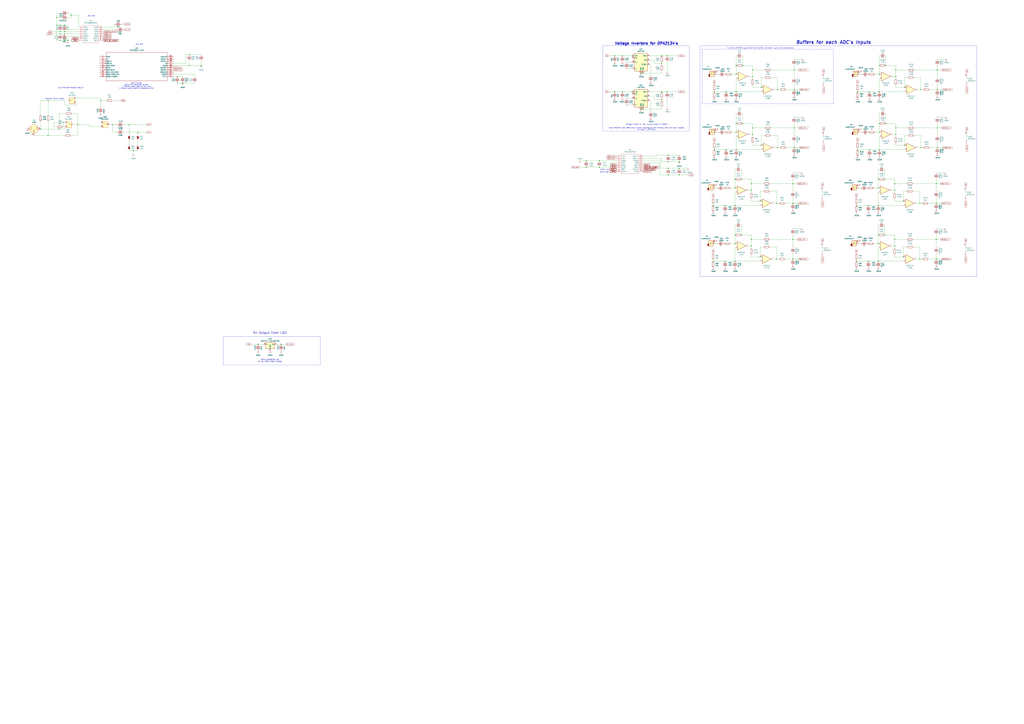
<source format=kicad_sch>
(kicad_sch (version 20231120) (generator "eeschema") (generator_version "8.0")
  (paper "A0")
  (title_block (company "Michael Meyers"))
  (lib_symbols
    (symbol "2024-09-08_16-18-51:CS4391A-KZZ" (pin_names (offset 0.254))
      (property "Reference" "U6" (at 43.18 10.16 0))
      (property "Value" "CS4391A-KZZ" (at 43.18 7.62 0))
      (symbol "CS4391A-KZZ_0_1"
        (pin unspecified line (at 0 0 0) (length 7.62) (name "*RST") (number "1"))
        (pin unspecified line (at 0 -22.86 0) (length 7.62) (name "(AD0/*CS)M0") (number "10"))
        (pin unspecified line (at 86.36 -22.86 180) (length 7.62) (name "FILT+") (number "11"))
        (pin output line (at 86.36 -20.32 180) (length 7.62) (name "CMOUT") (number "12"))
        (pin unspecified line (at 86.36 -17.78 180) (length 7.62) (name "BMUTEC") (number "13"))
        (pin output line (at 86.36 -15.24 180) (length 7.62) (name "AOUTB-") (number "14"))
        (pin output line (at 86.36 -12.7 180) (length 7.62) (name "AOUTB+") (number "15"))
        (pin power_in line (at 86.36 -10.16 180) (length 7.62) (name "AGND") (number "16"))
        (pin power_in line (at 86.36 -7.62 180) (length 7.62) (name "VA") (number "17"))
        (pin output line (at 86.36 -5.08 180) (length 7.62) (name "AOUTA+") (number "18"))
        (pin output line (at 86.36 -2.54 180) (length 7.62) (name "AOUTA-") (number "19"))
        (pin power_in line (at 0 -2.54 0) (length 7.62) (name "VL") (number "2"))
        (pin unspecified line (at 86.36 0 180) (length 7.62) (name "AMUTEC") (number "20"))
        (pin input line (at 0 -5.08 0) (length 7.62) (name "DSD_A") (number "3"))
        (pin input line (at 0 -7.62 0) (length 7.62) (name "DSD_B") (number "4"))
        (pin input line (at 0 -10.16 0) (length 7.62) (name "DSD_MODE") (number "5"))
        (pin input line (at 0 -12.7 0) (length 7.62) (name "MCLK") (number "6"))
        (pin input line (at 0 -15.24 0) (length 7.62) (name "DSD_MCLK") (number "7"))
        (pin unspecified line (at 0 -17.78 0) (length 7.62) (name "(SCL/CCLK)M2") (number "8"))
        (pin unspecified line (at 0 -20.32 0) (length 7.62) (name "(SDA/CDIN)/M1") (number "9"))
      )
    )
    (symbol "Amplifier_Operational:OPA2134" (pin_names (offset 0.127))
      (property "Reference" "U" (at 0 5.08 0))
      (property "Value" "OPA2134" (at 0 -5.08 0))
      (symbol "OPA2134_1_1"
        (pin output line (at 7.62 0 180) (length 2.54) (name "~") (number "1"))
        (pin input line (at -7.62 -2.54 0) (length 2.54) (name "-") (number "2"))
        (pin input line (at -7.62 2.54 0) (length 2.54) (name "+") (number "3"))
      )
      (symbol "OPA2134_2_1"
        (pin input line (at -7.62 2.54 0) (length 2.54) (name "+") (number "5"))
        (pin input line (at -7.62 -2.54 0) (length 2.54) (name "-") (number "6"))
        (pin output line (at 7.62 0 180) (length 2.54) (name "~") (number "7"))
      )
      (symbol "OPA2134_3_1"
        (pin power_in line (at -2.54 -7.62 90) (length 3.81) (name "V-") (number "4"))
        (pin power_in line (at -2.54 7.62 270) (length 3.81) (name "V+") (number "8"))
      )
    )
    (symbol "Connector_Audio:AudioJack2"
      (property "Reference" "J" (at 0 8.89 0))
      (property "Value" "AudioJack2" (at 0 6.35 0))
      (symbol "AudioJack2_1_1"
        (pin passive line (at 5.08 2.54 180) (length 2.54) (name "~") (number "S"))
        (pin passive line (at 5.08 0 180) (length 2.54) (name "~") (number "T"))
      )
    )
    (symbol "Connector_Audio:XLR3" (pin_names hide)
      (property "Reference" "J" (at 0 8.89 0))
      (property "Value" "XLR3" (at 0 6.35 0))
      (symbol "XLR3_0_1"
        (text "1" (at -3.556 1.778 0) (effects (font (size 1.016 1.016) (bold yes))))
        (text "2" (at 3.556 1.778 0) (effects (font (size 1.016 1.016) (bold yes))))
        (text "3" (at 0 -1.778 0) (effects (font (size 1.016 1.016) (bold yes))))
        (pin passive line (at -7.62 0 0) (length 2.54) (name "~") (number "1"))
        (pin passive line (at 7.62 0 180) (length 2.54) (name "~") (number "2"))
        (pin passive line (at 0 -7.62 90) (length 2.54) (name "~") (number "3"))
      )
    )
    (symbol "Device:C" (pin_numbers hide) (pin_names (offset 0.254))
      (property "Reference" "C" (at 0.635 2.54 0))
      (property "Value" "C" (at 0.635 -2.54 0))
      (symbol "C_1_1"
        (pin passive line (at 0 3.81 270) (length 2.794) (name "~") (number "1"))
        (pin passive line (at 0 -3.81 90) (length 2.794) (name "~") (number "2"))
      )
    )
    (symbol "Device:C_Polarized_US" (pin_numbers hide) (pin_names (offset 0.254) hide)
      (property "Reference" "C" (at 0.635 2.54 0))
      (property "Value" "C_Polarized_US" (at 0.635 -2.54 0))
      (symbol "C_Polarized_US_1_1"
        (pin passive line (at 0 3.81 270) (length 2.794) (name "~") (number "1"))
        (pin passive line (at 0 -3.81 90) (length 3.302) (name "~") (number "2"))
      )
    )
    (symbol "Device:R" (pin_numbers hide) (pin_names (offset 0))
      (property "Reference" "R" (at 2.032 0 90))
      (property "Value" "R" (at 0 0 90))
      (symbol "R_1_1"
        (pin passive line (at 0 3.81 270) (length 1.27) (name "~") (number "1"))
        (pin passive line (at 0 -3.81 90) (length 1.27) (name "~") (number "2"))
      )
    )
    (symbol "PCM_Diode_Zener_AKL:D_Zener_Generic" (pin_numbers hide) (pin_names (offset 1.016) hide)
      (property "Reference" "DZ" (at 0 7.62 0))
      (property "Value" "D_Zener_Generic" (at 0 5.08 0))
      (symbol "D_Zener_Generic_1_1"
        (pin passive line (at 3.81 0 180) (length 2.54) (name "K") (number "1"))
        (pin passive line (at -3.81 0 0) (length 2.54) (name "A") (number "2"))
      )
      (symbol "D_Zener_Generic_1_2"
        (pin passive line (at 2.54 2.54 180) (length 0) (name "K") (number "1"))
        (pin passive line (at -2.54 -2.54 0) (length 0) (name "A") (number "2"))
      )
    )
    (symbol "Regulator_Linear:NCP1117-5.0_SOT223"
      (property "Reference" "U" (at -3.81 3.175 0))
      (property "Value" "NCP1117-5.0_SOT223" (at 0 3.175 0))
      (symbol "NCP1117-5.0_SOT223_1_1"
        (pin power_in line (at 0 -7.62 90) (length 2.54) (name "GND") (number "1"))
        (pin power_out line (at 7.62 0 180) (length 2.54) (name "VO") (number "2"))
        (pin power_in line (at -7.62 0 0) (length 2.54) (name "VI") (number "3"))
      )
    )
    (symbol "Regulator_SwitchedCapacitor:LM27761"
      (property "Reference" "U" (at -6.35 11.43 0))
      (property "Value" "LM27761" (at 3.302 11.43 0))
      (symbol "LM27761_1_1"
        (pin power_in line (at -10.16 7.62 0) (length 2.54) (name "VIN") (number "1"))
        (pin power_in line (at 0 -12.7 90) (length 2.54) (name "GND") (number "2"))
        (pin power_out line (at 10.16 -2.54 180) (length 2.54) (name "CPOUT") (number "3"))
        (pin power_out line (at 10.16 7.62 180) (length 2.54) (name "VOUT") (number "4"))
        (pin input line (at 10.16 2.54 180) (length 2.54) (name "VFB") (number "5"))
        (pin input line (at -10.16 5.08 0) (length 2.54) (name "EN") (number "6"))
        (pin passive line (at -10.16 -7.62 0) (length 2.54) (name "C-") (number "7"))
        (pin passive line (at -10.16 0 0) (length 2.54) (name "C+") (number "8"))
        (pin power_in line (at 2.54 -12.7 90) (length 2.54) (name "PAD") (number "9"))
      )
    )
    (symbol "SamacSys_Parts:PCM1808PWRG4" (pin_names (offset 0.762))
      (property "Reference" "IC" (at 24.13 7.62 0))
      (property "Value" "PCM1808PWRG4" (at 24.13 5.08 0))
      (symbol "PCM1808PWRG4_0_0"
        (pin passive line (at 0 0 0) (length 5.08) (name "VREF") (number "1"))
        (pin passive line (at 27.94 -10.16 180) (length 5.08) (name "MD0") (number "10"))
        (pin passive line (at 27.94 -7.62 180) (length 5.08) (name "MD1") (number "11"))
        (pin passive line (at 27.94 -5.08 180) (length 5.08) (name "FMT") (number "12"))
        (pin passive line (at 27.94 -2.54 180) (length 5.08) (name "VINL") (number "13"))
        (pin passive line (at 27.94 0 180) (length 5.08) (name "VINR") (number "14"))
        (pin passive line (at 0 -2.54 0) (length 5.08) (name "AGND") (number "2"))
        (pin passive line (at 0 -5.08 0) (length 5.08) (name "VCC") (number "3"))
        (pin passive line (at 0 -7.62 0) (length 5.08) (name "VDD") (number "4"))
        (pin passive line (at 0 -10.16 0) (length 5.08) (name "DGND") (number "5"))
        (pin passive line (at 0 -12.7 0) (length 5.08) (name "SCKI") (number "6"))
        (pin passive line (at 0 -15.24 0) (length 5.08) (name "LRCK") (number "7"))
        (pin passive line (at 27.94 -15.24 180) (length 5.08) (name "BCK") (number "8"))
        (pin passive line (at 27.94 -12.7 180) (length 5.08) (name "DOUT") (number "9"))
      )
    )
    (symbol "SamacSys_Parts:PCM4201PWR" (pin_names (offset 0.762))
      (property "Reference" "IC" (at 26.67 7.62 0))
      (property "Value" "PCM4201PWR" (at 26.67 5.08 0))
      (symbol "PCM4201PWR_0_0"
        (pin input line (at 0 0 0) (length 5.08) (name "VIN+") (number "1"))
        (pin bidirectional line (at 30.48 -15.24 180) (length 5.08) (name "FSYNC") (number "10"))
        (pin bidirectional line (at 30.48 -12.7 180) (length 5.08) (name "BCK") (number "11"))
        (pin input line (at 30.48 -10.16 180) (length 5.08) (name "SCKI") (number "12"))
        (pin power_in line (at 30.48 -7.62 180) (length 5.08) (name "VDD") (number "13"))
        (pin power_in line (at 30.48 -5.08 180) (length 5.08) (name "DGND") (number "14"))
        (pin output line (at 30.48 -2.54 180) (length 5.08) (name "VREF-") (number "15"))
        (pin output line (at 30.48 0 180) (length 5.08) (name "VREF+") (number "16"))
        (pin input line (at 0 -2.54 0) (length 5.08) (name "VIN-") (number "2"))
        (pin power_in line (at 0 -5.08 0) (length 5.08) (name "AGND") (number "3"))
        (pin power_in line (at 0 -7.62 0) (length 5.08) (name "VCC") (number "4"))
        (pin input line (at 0 -10.16 0) (length 5.08) (name "RATE") (number "5"))
        (pin input line (at 0 -12.7 0) (length 5.08) (name "S/~{M}") (number "6"))
        (pin input line (at 0 -15.24 0) (length 5.08) (name "~{RST}") (number "7"))
        (pin input line (at 0 -17.78 0) (length 5.08) (name "HPFD") (number "8"))
        (pin output line (at 30.48 -17.78 180) (length 5.08) (name "DATA") (number "9"))
      )
    )
    (symbol "Switch:SW_SPDT" (pin_names (offset 0) hide)
      (property "Reference" "SW" (at 0 5.08 0))
      (property "Value" "SW_SPDT" (at 0 -5.08 0))
      (symbol "SW_SPDT_1_1"
        (pin passive line (at 5.08 2.54 180) (length 2.54) (name "A") (number "1"))
        (pin passive line (at -5.08 0 0) (length 2.54) (name "B") (number "2"))
        (pin passive line (at 5.08 -2.54 180) (length 2.54) (name "C") (number "3"))
      )
    )
    (symbol "power:Earth" (power) (pin_numbers hide) (pin_names (offset 0) hide)
      (property "Value" "Earth" (at 0 -3.81 0))
      (symbol "Earth_1_1"
        (pin power_in line (at 0 0 270) (length 0) (name "~") (number "1"))
      )
    )
    (symbol "power:GND" (power) (pin_numbers hide) (pin_names (offset 0) hide)
      (property "Value" "GND" (at 0 -3.81 0))
      (symbol "GND_1_1"
        (pin power_in line (at 0 0 270) (length 0) (name "~") (number "1"))
      )
    )
  )
  (junction (at 744.22 127))
  (junction (at 69.85 29.21))
  (junction (at 861.06 208.28))
  (junction (at 66.04 29.21))
  (junction (at 920.75 278.13))
  (junction (at 1087.12 236.22))
  (junction (at 901.7 236.22))
  (junction (at 920.75 236.22))
  (junction (at 1069.34 104.14))
  (junction (at 902.97 104.14))
  (junction (at 219.71 63.5))
  (junction (at 55.88 116.84))
  (junction (at 882.65 233.68))
  (junction (at 854.71 173.99))
  (junction (at 1040.13 81.28))
  (junction (at 901.7 300.99))
  (junction (at 1038.86 213.36))
  (junction (at 873.76 148.59))
  (junction (at 1068.07 236.22))
  (junction (at 922.02 148.59))
  (junction (at 680.72 186.69))
  (junction (at 713.74 64.77))
  (junction (at 774.7 64.77))
  (junction (at 872.49 220.98))
  (junction (at 788.67 203.2))
  (junction (at 995.68 106.68))
  (junction (at 873.76 88.9))
  (junction (at 1027.43 273.05))
  (junction (at 1021.08 76.2))
  (junction (at 854.71 76.2))
  (junction (at 1038.86 220.98))
  (junction (at 1019.81 238.76))
  (junction (at 872.49 278.13))
  (junction (at 1008.38 238.76))
  (junction (at 788.67 195.58))
  (junction (at 746.76 127))
  (junction (at 1069.34 171.45))
  (junction (at 768.35 115.57))
  (junction (at 1038.86 278.13))
  (junction (at 1019.81 303.53))
  (junction (at 854.71 153.67))
  (junction (at 882.65 298.45))
  (junction (at 788.67 187.96))
  (junction (at 78.74 46.99))
  (junction (at 154.94 175.26))
  (junction (at 853.44 303.53))
  (junction (at 854.71 106.68))
  (junction (at 130.81 144.78))
  (junction (at 1088.39 81.28))
  (junction (at 1050.29 168.91))
  (junction (at 1087.12 300.99))
  (junction (at 1088.39 148.59))
  (junction (at 995.68 173.99))
  (junction (at 1028.7 143.51))
  (junction (at 326.39 400.05))
  (junction (at 1088.39 171.45))
  (junction (at 69.85 39.37))
  (junction (at 775.97 203.2))
  (junction (at 746.76 85.09))
  (junction (at 854.71 143.51))
  (junction (at 66.04 20.32))
  (junction (at 734.06 106.68))
  (junction (at 160.02 153.67))
  (junction (at 843.28 106.68))
  (junction (at 854.71 86.36))
  (junction (at 775.97 180.34))
  (junction (at 1028.7 76.2))
  (junction (at 1068.07 300.99))
  (junction (at 695.96 194.31))
  (junction (at 1038.86 285.75))
  (junction (at 1019.81 218.44))
  (junction (at 116.84 116.84))
  (junction (at 46.99 149.86))
  (junction (at 149.86 144.78))
  (junction (at 74.93 39.37))
  (junction (at 722.63 106.68))
  (junction (at 768.35 73.66))
  (junction (at 1021.08 153.67))
  (junction (at 1050.29 101.6))
  (junction (at 1087.12 278.13))
  (junction (at 1021.08 143.51))
  (junction (at 1021.08 106.68))
  (junction (at 873.76 81.28))
  (junction (at 842.01 303.53))
  (junction (at 713.74 106.68))
  (junction (at 872.49 285.75))
  (junction (at 90.17 144.78))
  (junction (at 853.44 283.21))
  (junction (at 828.04 238.76))
  (junction (at 922.02 171.45))
  (junction (at 883.92 101.6))
  (junction (at 695.96 186.69))
  (junction (at 1009.65 106.68))
  (junction (at 883.92 168.91))
  (junction (at 768.35 64.77))
  (junction (at 1021.08 86.36))
  (junction (at 872.49 213.36))
  (junction (at 205.74 88.9))
  (junction (at 1019.81 273.05))
  (junction (at 233.68 76.2))
  (junction (at 861.06 273.05))
  (junction (at 922.02 104.14))
  (junction (at 55.88 157.48))
  (junction (at 768.35 106.68))
  (junction (at 1040.13 148.59))
  (junction (at 1049.02 233.68))
  (junction (at 1040.13 156.21))
  (junction (at 873.76 156.21))
  (junction (at 862.33 76.2))
  (junction (at 775.97 195.58))
  (junction (at 843.28 173.99))
  (junction (at 1009.65 173.99))
  (junction (at 775.97 187.96))
  (junction (at 994.41 238.76))
  (junction (at 774.7 106.68))
  (junction (at 722.63 64.77))
  (junction (at 219.71 76.2))
  (junction (at 69.85 36.83))
  (junction (at 920.75 300.99))
  (junction (at 1019.81 208.28))
  (junction (at 1049.02 298.45))
  (junction (at 828.04 303.53))
  (junction (at 74.93 36.83))
  (junction (at 1088.39 104.14))
  (junction (at 1008.38 303.53))
  (junction (at 680.72 194.31))
  (junction (at 299.72 400.05))
  (junction (at 862.33 143.51))
  (junction (at 829.31 106.68))
  (junction (at 69.85 46.99))
  (junction (at 922.02 81.28))
  (junction (at 1019.81 283.21))
  (junction (at 1021.08 173.99))
  (junction (at 853.44 208.28))
  (junction (at 73.66 142.24))
  (junction (at 734.06 64.77))
  (junction (at 1087.12 213.36))
  (junction (at 829.31 173.99))
  (junction (at 853.44 273.05))
  (junction (at 68.58 149.86))
  (junction (at 74.93 29.21))
  (junction (at 842.01 238.76))
  (junction (at 853.44 238.76))
  (junction (at 82.55 17.78))
  (junction (at 1027.43 208.28))
  (junction (at 74.93 46.99))
  (junction (at 920.75 213.36))
  (junction (at 744.22 85.09))
  (junction (at 902.97 171.45))
  (junction (at 853.44 218.44))
  (junction (at 994.41 303.53))
  (junction (at 1040.13 88.9))
  (junction (at 212.09 96.52))
  (wire (pts (xy 899.16 171.45) (xy 902.97 171.45)))
  (wire (pts (xy 768.35 187.96) (xy 768.35 184.15)))
  (wire (pts (xy 127 144.78) (xy 130.81 144.78)))
  (wire (pts (xy 62.23 142.24) (xy 73.66 142.24)))
  (wire (pts (xy 842.01 238.76) (xy 853.44 238.76)))
  (wire (pts (xy 695.96 186.69) (xy 716.28 186.69)))
  (wire (pts (xy 922.02 148.59) (xy 927.1 148.59)))
  (wire (pts (xy 872.49 295.91) (xy 872.49 298.45)))
  (wire (pts (xy 849.63 86.36) (xy 854.71 86.36)))
  (wire (pts (xy 149.86 144.78) (xy 149.86 156.21)))
  (wire (pts (xy 854.71 132.08) (xy 854.71 143.51)))
  (wire (pts (xy 69.85 39.37) (xy 74.93 39.37)))
  (wire (pts (xy 1035.05 285.75) (xy 1038.86 285.75)))
  (wire (pts (xy 1021.08 106.68) (xy 1050.29 106.68)))
  (wire (pts (xy 894.08 278.13) (xy 920.75 278.13)))
  (wire (pts (xy 205.74 88.9) (xy 212.09 88.9)))
  (wire (pts (xy 911.86 236.22) (xy 920.75 236.22)))
  (wire (pts (xy 104.14 144.78) (xy 104.14 147.32)))
  (wire (pts (xy 829.31 106.68) (xy 843.28 106.68)))
  (wire (pts (xy 90.17 132.08) (xy 90.17 144.78)))
  (wire (pts (xy 46.99 116.84) (xy 55.88 116.84)))
  (wire (pts (xy 160.02 153.67) (xy 160.02 156.21)))
  (polyline (pts (xy 967.74 120.65) (xy 967.74 57.15)) (stroke (width 0) (type dash)))
  (wire (pts (xy 869.95 88.9) (xy 873.76 88.9)))
  (wire (pts (xy 862.33 76.2) (xy 873.76 76.2)))
  (wire (pts (xy 999.49 83.82) (xy 998.22 83.82)))
  (wire (pts (xy 883.92 90.17) (xy 883.92 101.6)))
  (wire (pts (xy 1021.08 132.08) (xy 1021.08 143.51)))
  (wire (pts (xy 754.38 111.76) (xy 759.46 111.76)))
  (wire (pts (xy 853.44 208.28) (xy 853.44 218.44)))
  (wire (pts (xy 995.68 173.99) (xy 995.68 172.72)))
  (wire (pts (xy 1036.32 88.9) (xy 1040.13 88.9)))
  (wire (pts (xy 1008.38 303.53) (xy 1019.81 303.53)))
  (wire (pts (xy 130.81 153.67) (xy 130.81 144.78)))
  (wire (pts (xy 853.44 238.76) (xy 882.65 238.76)))
  (wire (pts (xy 71.12 20.32) (xy 66.04 20.32)))
  (wire (pts (xy 1050.29 157.48) (xy 1050.29 168.91)))
  (wire (pts (xy 201.93 76.2) (xy 219.71 76.2)))
  (wire (pts (xy 1040.13 101.6) (xy 1050.29 101.6)))
  (wire (pts (xy 1028.7 76.2) (xy 1040.13 76.2)))
  (wire (pts (xy 1087.12 229.87) (xy 1087.12 236.22)))
  (wire (pts (xy 894.08 222.25) (xy 901.7 222.25)))
  (wire (pts (xy 775.97 195.58) (xy 788.67 195.58)))
  (wire (pts (xy 1087.12 278.13) (xy 1087.12 287.02)))
  (wire (pts (xy 1069.34 171.45) (xy 1071.88 171.45)))
  (wire (pts (xy 861.06 208.28) (xy 872.49 208.28)))
  (polyline (pts (xy 967.74 57.15) (xy 815.34 57.15)) (stroke (width 0) (type dash)))
  (wire (pts (xy 895.35 90.17) (xy 902.97 90.17)))
  (wire (pts (xy 707.39 106.68) (xy 713.74 106.68)))
  (wire (pts (xy 755.65 129.54) (xy 755.65 116.84)))
  (wire (pts (xy 66.04 29.21) (xy 66.04 46.99)))
  (wire (pts (xy 999.49 218.44) (xy 996.95 218.44)))
  (wire (pts (xy 775.97 187.96) (xy 788.67 187.96)))
  (wire (pts (xy 83.82 132.08) (xy 90.17 132.08)))
  (wire (pts (xy 913.13 104.14) (xy 922.02 104.14)))
  (wire (pts (xy 774.7 106.68) (xy 787.4 106.68)))
  (wire (pts (xy 927.1 300.99) (xy 920.75 300.99)))
  (wire (pts (xy 1038.86 278.13) (xy 1038.86 285.75)))
  (wire (pts (xy 1019.81 303.53) (xy 1049.02 303.53)))
  (wire (pts (xy 680.72 186.69) (xy 695.96 186.69)))
  (wire (pts (xy 833.12 218.44) (xy 830.58 218.44)))
  (wire (pts (xy 1014.73 218.44) (xy 1019.81 218.44)))
  (wire (pts (xy 897.89 300.99) (xy 901.7 300.99)))
  (wire (pts (xy 734.06 106.68) (xy 734.06 109.22)))
  (wire (pts (xy 869.95 156.21) (xy 873.76 156.21)))
  (wire (pts (xy 829.31 173.99) (xy 843.28 173.99)))
  (wire (pts (xy 60.96 36.83) (xy 69.85 36.83)))
  (wire (pts (xy 1060.45 222.25) (xy 1068.07 222.25)))
  (wire (pts (xy 716.28 189.23) (xy 708.66 189.23)))
  (wire (pts (xy 1064.26 236.22) (xy 1068.07 236.22)))
  (wire (pts (xy 1019.81 238.76) (xy 1049.02 238.76)))
  (wire (pts (xy 873.76 143.51) (xy 873.76 148.59)))
  (wire (pts (xy 788.67 203.2) (xy 798.83 203.2)))
  (wire (pts (xy 922.02 143.51) (xy 922.02 148.59)))
  (wire (pts (xy 922.02 68.58) (xy 932.18 68.58)))
  (wire (pts (xy 1060.45 278.13) (xy 1087.12 278.13)))
  (wire (pts (xy 135.89 153.67) (xy 130.81 153.67)))
  (wire (pts (xy 872.49 273.05) (xy 872.49 278.13)))
  (wire (pts (xy 91.44 34.29) (xy 78.74 34.29)))
  (wire (pts (xy 205.74 96.52) (xy 212.09 96.52)))
  (wire (pts (xy 755.65 87.63) (xy 755.65 74.93)))
  (wire (pts (xy 91.44 31.75) (xy 91.44 17.78)))
  (wire (pts (xy 1061.72 81.28) (xy 1088.39 81.28)))
  (wire (pts (xy 673.1 194.31) (xy 680.72 194.31)))
  (wire (pts (xy 920.75 213.36) (xy 925.83 213.36)))
  (wire (pts (xy 998.22 280.67) (xy 996.95 280.67)))
  (wire (pts (xy 759.46 69.85) (xy 759.46 73.66)))
  (wire (pts (xy 1040.13 99.06) (xy 1040.13 101.6)))
  (wire (pts (xy 998.22 215.9) (xy 996.95 215.9)))
  (wire (pts (xy 62.23 147.32) (xy 62.23 142.24)))
  (wire (pts (xy 768.35 82.55) (xy 768.35 85.09)))
  (wire (pts (xy 74.93 116.84) (xy 55.88 116.84)))
  (wire (pts (xy 1088.39 97.79) (xy 1088.39 104.14)))
  (wire (pts (xy 1036.32 156.21) (xy 1040.13 156.21)))
  (wire (pts (xy 722.63 64.77) (xy 734.06 64.77)))
  (wire (pts (xy 219.71 76.2) (xy 219.71 71.12)))
  (wire (pts (xy 895.35 148.59) (xy 922.02 148.59)))
  (wire (pts (xy 1000.76 153.67) (xy 998.22 153.67)))
  (wire (pts (xy 1060.45 287.02) (xy 1068.07 287.02)))
  (wire (pts (xy 74.93 39.37) (xy 91.44 39.37)))
  (wire (pts (xy 46.99 140.97) (xy 46.99 149.86)))
  (wire (pts (xy 133.35 27.94) (xy 133.35 31.75)))
  (wire (pts (xy 734.06 64.77) (xy 734.06 67.31)))
  (wire (pts (xy 1021.08 158.75) (xy 1021.08 173.99)))
  (wire (pts (xy 1078.23 236.22) (xy 1087.12 236.22)))
  (wire (pts (xy 55.88 116.84) (xy 55.88 133.35)))
  (wire (pts (xy 133.35 31.75) (xy 119.38 31.75)))
  (wire (pts (xy 861.06 261.62) (xy 861.06 273.05)))
  (wire (pts (xy 1019.81 223.52) (xy 1019.81 238.76)))
  (wire (pts (xy 854.71 106.68) (xy 883.92 106.68)))
  (wire (pts (xy 82.55 157.48) (xy 90.17 157.48)))
  (wire (pts (xy 1038.86 285.75) (xy 1038.86 288.29)))
  (wire (pts (xy 215.9 63.5) (xy 219.71 63.5)))
  (wire (pts (xy 854.71 158.75) (xy 854.71 173.99)))
  (wire (pts (xy 1040.13 143.51) (xy 1040.13 148.59)))
  (wire (pts (xy 854.71 143.51) (xy 854.71 153.67)))
  (wire (pts (xy 1009.65 173.99) (xy 1021.08 173.99)))
  (wire (pts (xy 927.1 236.22) (xy 920.75 236.22)))
  (wire (pts (xy 762 180.34) (xy 775.97 180.34)))
  (wire (pts (xy 775.97 203.2) (xy 788.67 203.2)))
  (wire (pts (xy 746.76 85.09) (xy 768.35 85.09)))
  (wire (pts (xy 78.74 29.21) (xy 74.93 29.21)))
  (wire (pts (xy 994.41 238.76) (xy 1008.38 238.76)))
  (wire (pts (xy 1040.13 81.28) (xy 1040.13 88.9)))
  (wire (pts (xy 899.16 104.14) (xy 902.97 104.14)))
  (wire (pts (xy 872.49 220.98) (xy 872.49 223.52)))
  (wire (pts (xy 833.12 283.21) (xy 830.58 283.21)))
  (wire (pts (xy 1028.7 132.08) (xy 1028.7 143.51)))
  (wire (pts (xy 862.33 64.77) (xy 862.33 76.2)))
  (wire (pts (xy 708.66 194.31) (xy 695.96 194.31)))
  (wire (pts (xy 872.49 213.36) (xy 872.49 220.98)))
  (wire (pts (xy 1038.86 231.14) (xy 1038.86 233.68)))
  (wire (pts (xy 1052.83 213.36) (xy 1038.86 213.36)))
  (wire (pts (xy 886.46 287.02) (xy 882.65 287.02)))
  (wire (pts (xy 765.81 203.2) (xy 775.97 203.2)))
  (wire (pts (xy 848.36 218.44) (xy 853.44 218.44)))
  (wire (pts (xy 1087.12 213.36) (xy 1092.2 213.36)))
  (wire (pts (xy 849.63 153.67) (xy 854.71 153.67)))
  (wire (pts (xy 895.35 81.28) (xy 922.02 81.28)))
  (wire (pts (xy 201.93 86.36) (xy 226.06 86.36)))
  (wire (pts (xy 833.12 151.13) (xy 831.85 151.13)))
  (wire (pts (xy 759.46 73.66) (xy 768.35 73.66)))
  (wire (pts (xy 39.37 157.48) (xy 55.88 157.48)))
  (wire (pts (xy 90.17 144.78) (xy 104.14 144.78)))
  (wire (pts (xy 74.93 121.92) (xy 74.93 116.84)))
  (wire (pts (xy 868.68 285.75) (xy 872.49 285.75)))
  (wire (pts (xy 1060.45 213.36) (xy 1087.12 213.36)))
  (wire (pts (xy 1038.86 208.28) (xy 1038.86 213.36)))
  (wire (pts (xy 920.75 213.36) (xy 920.75 222.25)))
  (wire (pts (xy 226.06 86.36) (xy 226.06 88.9)))
  (wire (pts (xy 887.73 90.17) (xy 883.92 90.17)))
  (wire (pts (xy 1068.07 236.22) (xy 1070.61 236.22)))
  (wire (pts (xy 212.09 96.52) (xy 226.06 96.52)))
  (wire (pts (xy 116.84 116.84) (xy 123.19 116.84)))
  (wire (pts (xy 69.85 29.21) (xy 66.04 29.21)))
  (wire (pts (xy 755.65 116.84) (xy 754.38 116.84)))
  (wire (pts (xy 1040.13 166.37) (xy 1040.13 168.91)))
  (wire (pts (xy 911.86 300.99) (xy 920.75 300.99)))
  (wire (pts (xy 727.71 114.3) (xy 734.06 114.3)))
  (wire (pts (xy 1069.34 157.48) (xy 1069.34 171.45)))
  (wire (pts (xy 768.35 124.46) (xy 768.35 127)))
  (wire (pts (xy 1021.08 173.99) (xy 1050.29 173.99)))
  (wire (pts (xy 767.08 186.69) (xy 767.08 195.58)))
  (wire (pts (xy 887.73 148.59) (xy 873.76 148.59)))
  (wire (pts (xy 767.08 195.58) (xy 775.97 195.58)))
  (wire (pts (xy 69.85 46.99) (xy 74.93 46.99)))
  (wire (pts (xy 895.35 157.48) (xy 902.97 157.48)))
  (wire (pts (xy 754.38 106.68) (xy 768.35 106.68)))
  (wire (pts (xy 215.9 73.66) (xy 215.9 63.5)))
  (wire (pts (xy 219.71 63.5) (xy 233.68 63.5)))
  (wire (pts (xy 154.94 175.26) (xy 154.94 179.07)))
  (wire (pts (xy 1027.43 273.05) (xy 1038.86 273.05)))
  (wire (pts (xy 88.9 114.3) (xy 116.84 114.3)))
  (wire (pts (xy 774.7 64.77) (xy 787.4 64.77)))
  (wire (pts (xy 746.76 184.15) (xy 768.35 184.15)))
  (wire (pts (xy 1052.83 222.25) (xy 1049.02 222.25)))
  (wire (pts (xy 143.51 144.78) (xy 149.86 144.78)))
  (wire (pts (xy 1052.83 287.02) (xy 1049.02 287.02)))
  (wire (pts (xy 1000.76 86.36) (xy 998.22 86.36)))
  (wire (pts (xy 1021.08 76.2) (xy 1021.08 86.36)))
  (wire (pts (xy 887.73 81.28) (xy 873.76 81.28)))
  (wire (pts (xy 1009.65 106.68) (xy 1021.08 106.68)))
  (wire (pts (xy 994.41 238.76) (xy 994.41 237.49)))
  (wire (pts (xy 78.74 41.91) (xy 91.44 41.91)))
  (wire (pts (xy 861.06 273.05) (xy 872.49 273.05)))
  (wire (pts (xy 1019.81 208.28) (xy 1019.81 218.44)))
  (wire (pts (xy 994.41 303.53) (xy 1008.38 303.53)))
  (wire (pts (xy 727.71 72.39) (xy 734.06 72.39)))
  (wire (pts (xy 768.35 64.77) (xy 774.7 64.77)))
  (wire (pts (xy 1019.81 196.85) (xy 1019.81 208.28)))
  (wire (pts (xy 1069.34 104.14) (xy 1071.88 104.14)))
  (wire (pts (xy 149.86 163.83) (xy 149.86 167.64)))
  (wire (pts (xy 854.71 91.44) (xy 854.71 106.68)))
  (wire (pts (xy 901.7 287.02) (xy 901.7 300.99)))
  (wire (pts (xy 746.76 127) (xy 768.35 127)))
  (wire (pts (xy 1087.12 278.13) (xy 1092.2 278.13)))
  (wire (pts (xy 104.14 147.32) (xy 116.84 147.32)))
  (wire (pts (xy 886.46 222.25) (xy 882.65 222.25)))
  (wire (pts (xy 119.38 34.29) (xy 135.89 34.29)))
  (wire (pts (xy 894.08 213.36) (xy 920.75 213.36)))
  (wire (pts (xy 1093.47 300.99) (xy 1087.12 300.99)))
  (wire (pts (xy 913.13 171.45) (xy 922.02 171.45)))
  (wire (pts (xy 886.46 278.13) (xy 872.49 278.13)))
  (wire (pts (xy 768.35 72.39) (xy 768.35 73.66)))
  (wire (pts (xy 88.9 119.38) (xy 88.9 121.92)))
  (wire (pts (xy 920.75 200.66) (xy 930.91 200.66)))
  (wire (pts (xy 902.97 171.45) (xy 905.51 171.45)))
  (wire (pts (xy 872.49 298.45) (xy 882.65 298.45)))
  (wire (pts (xy 1016 86.36) (xy 1021.08 86.36)))
  (wire (pts (xy 928.37 171.45) (xy 922.02 171.45)))
  (wire (pts (xy 920.75 278.13) (xy 925.83 278.13)))
  (polyline (pts (xy 815.34 120.65) (xy 967.74 120.65)) (stroke (width 0) (type dash)))
  (wire (pts (xy 1061.72 157.48) (xy 1069.34 157.48)))
  (wire (pts (xy 1021.08 64.77) (xy 1021.08 76.2)))
  (wire (pts (xy 1019.81 288.29) (xy 1019.81 303.53)))
  (wire (pts (xy 828.04 238.76) (xy 828.04 237.49)))
  (wire (pts (xy 843.28 173.99) (xy 854.71 173.99)))
  (wire (pts (xy 873.76 81.28) (xy 873.76 88.9)))
  (wire (pts (xy 233.68 71.12) (xy 233.68 76.2)))
  (wire (pts (xy 68.58 149.86) (xy 68.58 132.08)))
  (wire (pts (xy 116.84 116.84) (xy 116.84 124.46)))
  (wire (pts (xy 62.23 147.32) (xy 66.04 147.32)))
  (wire (pts (xy 60.96 39.37) (xy 69.85 39.37)))
  (wire (pts (xy 78.74 34.29) (xy 78.74 29.21)))
  (wire (pts (xy 1027.43 261.62) (xy 1027.43 273.05)))
  (wire (pts (xy 1088.39 135.89) (xy 1098.55 135.89)))
  (wire (pts (xy 744.22 85.09) (xy 746.76 85.09)))
  (wire (pts (xy 88.9 121.92) (xy 74.93 121.92)))
  (wire (pts (xy 1088.39 143.51) (xy 1088.39 148.59)))
  (wire (pts (xy 928.37 104.14) (xy 922.02 104.14)))
  (wire (pts (xy 1016 153.67) (xy 1021.08 153.67)))
  (wire (pts (xy 759.46 115.57) (xy 768.35 115.57)))
  (wire (pts (xy 873.76 148.59) (xy 873.76 156.21)))
  (wire (pts (xy 1087.12 213.36) (xy 1087.12 222.25)))
  (wire (pts (xy 920.75 265.43) (xy 930.91 265.43)))
  (wire (pts (xy 842.01 303.53) (xy 853.44 303.53)))
  (wire (pts (xy 848.36 283.21) (xy 853.44 283.21)))
  (wire (pts (xy 831.85 215.9) (xy 830.58 215.9)))
  (wire (pts (xy 762 180.34) (xy 762 181.61)))
  (wire (pts (xy 1093.47 236.22) (xy 1087.12 236.22)))
  (wire (pts (xy 1065.53 104.14) (xy 1069.34 104.14)))
  (wire (pts (xy 746.76 189.23) (xy 765.81 189.23)))
  (wire (pts (xy 1079.5 104.14) (xy 1088.39 104.14)))
  (wire (pts (xy 90.17 144.78) (xy 85.09 144.78)))
  (wire (pts (xy 1065.53 171.45) (xy 1069.34 171.45)))
  (wire (pts (xy 149.86 175.26) (xy 154.94 175.26)))
  (wire (pts (xy 828.04 303.53) (xy 828.04 302.26)))
  (wire (pts (xy 1088.39 165.1) (xy 1088.39 171.45)))
  (wire (pts (xy 1087.12 273.05) (xy 1087.12 278.13)))
  (wire (pts (xy 1088.39 76.2) (xy 1088.39 81.28)))
  (wire (pts (xy 82.55 20.32) (xy 82.55 17.78)))
  (wire (pts (xy 920.75 294.64) (xy 920.75 300.99)))
  (wire (pts (xy 754.38 69.85) (xy 759.46 69.85)))
  (wire (pts (xy 1064.26 300.99) (xy 1068.07 300.99)))
  (wire (pts (xy 90.17 157.48) (xy 90.17 144.78)))
  (wire (pts (xy 201.93 88.9) (xy 205.74 88.9)))
  (wire (pts (xy 74.93 46.99) (xy 78.74 46.99)))
  (wire (pts (xy 774.7 114.3) (xy 774.7 125.73)))
  (wire (pts (xy 883.92 157.48) (xy 883.92 168.91)))
  (wire (pts (xy 862.33 132.08) (xy 862.33 143.51)))
  (wire (pts (xy 69.85 36.83) (xy 74.93 36.83)))
  (wire (pts (xy 1068.07 287.02) (xy 1068.07 300.99)))
  (wire (pts (xy 829.31 173.99) (xy 829.31 172.72)))
  (wire (pts (xy 902.97 157.48) (xy 902.97 171.45)))
  (wire (pts (xy 74.93 36.83) (xy 91.44 36.83)))
  (wire (pts (xy 853.44 303.53) (xy 882.65 303.53)))
  (wire (pts (xy 922.02 97.79) (xy 922.02 104.14)))
  (wire (pts (xy 831.85 280.67) (xy 830.58 280.67)))
  (wire (pts (xy 922.02 135.89) (xy 932.18 135.89)))
  (wire (pts (xy 746.76 186.69) (xy 767.08 186.69)))
  (wire (pts (xy 873.76 88.9) (xy 873.76 91.44)))
  (wire (pts (xy 1028.7 64.77) (xy 1028.7 76.2)))
  (wire (pts (xy 201.93 73.66) (xy 215.9 73.66)))
  (wire (pts (xy 1021.08 143.51) (xy 1021.08 153.67)))
  (wire (pts (xy 1052.83 278.13) (xy 1038.86 278.13)))
  (wire (pts (xy 66.04 46.99) (xy 69.85 46.99)))
  (wire (pts (xy 853.44 223.52) (xy 853.44 238.76)))
  (wire (pts (xy 768.35 187.96) (xy 775.97 187.96)))
  (wire (pts (xy 1038.86 273.05) (xy 1038.86 278.13)))
  (wire (pts (xy 882.65 287.02) (xy 882.65 298.45)))
  (wire (pts (xy 1050.29 90.17) (xy 1050.29 101.6)))
  (wire (pts (xy 853.44 261.62) (xy 853.44 273.05)))
  (wire (pts (xy 1014.73 283.21) (xy 1019.81 283.21)))
  (wire (pts (xy 994.41 303.53) (xy 994.41 302.26)))
  (wire (pts (xy 1040.13 88.9) (xy 1040.13 91.44)))
  (wire (pts (xy 862.33 143.51) (xy 873.76 143.51)))
  (wire (pts (xy 299.72 400.05) (xy 306.07 400.05)))
  (wire (pts (xy 768.35 106.68) (xy 774.7 106.68)))
  (wire (pts (xy 1049.02 287.02) (xy 1049.02 298.45)))
  (wire (pts (xy 1088.39 81.28) (xy 1088.39 90.17)))
  (wire (pts (xy 873.76 99.06) (xy 873.76 101.6)))
  (wire (pts (xy 834.39 153.67) (xy 831.85 153.67)))
  (wire (pts (xy 868.68 220.98) (xy 872.49 220.98)))
  (wire (pts (xy 727.71 80.01) (xy 734.06 80.01)))
  (wire (pts (xy 901.7 300.99) (xy 904.24 300.99)))
  (wire (pts (xy 1078.23 300.99) (xy 1087.12 300.99)))
  (wire (pts (xy 1094.74 104.14) (xy 1088.39 104.14)))
  (wire (pts (xy 78.74 46.99) (xy 78.74 48.26)))
  (wire (pts (xy 82.55 17.78) (xy 82.55 15.24)))
  (wire (pts (xy 920.75 229.87) (xy 920.75 236.22)))
  (wire (pts (xy 1061.72 148.59) (xy 1088.39 148.59)))
  (wire (pts (xy 1094.74 171.45) (xy 1088.39 171.45)))
  (wire (pts (xy 1040.13 76.2) (xy 1040.13 81.28)))
  (wire (pts (xy 894.08 287.02) (xy 901.7 287.02)))
  (wire (pts (xy 1088.39 68.58) (xy 1098.55 68.58)))
  (wire (pts (xy 708.66 189.23) (xy 708.66 194.31)))
  (wire (pts (xy 1068.07 300.99) (xy 1070.61 300.99)))
  (wire (pts (xy 66.04 15.24) (xy 71.12 15.24)))
  (wire (pts (xy 901.7 222.25) (xy 901.7 236.22)))
  (wire (pts (xy 873.76 166.37) (xy 873.76 168.91)))
  (wire (pts (xy 1028.7 143.51) (xy 1040.13 143.51)))
  (wire (pts (xy 1087.12 294.64) (xy 1087.12 300.99)))
  (wire (pts (xy 788.67 195.58) (xy 798.83 195.58)))
  (wire (pts (xy 1040.13 156.21) (xy 1040.13 158.75)))
  (wire (pts (xy 922.02 148.59) (xy 922.02 157.48)))
  (wire (pts (xy 1087.12 265.43) (xy 1097.28 265.43)))
  (wire (pts (xy 1038.86 213.36) (xy 1038.86 220.98)))
  (wire (pts (xy 833.12 83.82) (xy 831.85 83.82)))
  (wire (pts (xy 46.99 149.86) (xy 68.58 149.86)))
  (wire (pts (xy 1038.86 298.45) (xy 1049.02 298.45)))
  (wire (pts (xy 713.74 106.68) (xy 722.63 106.68)))
  (polyline (pts (xy 815.34 57.15) (xy 815.34 62.23)))
  (wire (pts (xy 1027.43 208.28) (xy 1038.86 208.28)))
  (wire (pts (xy 1038.86 295.91) (xy 1038.86 298.45)))
  (wire (pts (xy 1069.34 90.17) (xy 1069.34 104.14)))
  (wire (pts (xy 755.65 74.93) (xy 754.38 74.93)))
  (wire (pts (xy 765.81 189.23) (xy 765.81 203.2)))
  (wire (pts (xy 920.75 208.28) (xy 920.75 213.36)))
  (wire (pts (xy 1088.39 148.59) (xy 1088.39 157.48)))
  (wire (pts (xy 834.39 86.36) (xy 831.85 86.36)))
  (wire (pts (xy 872.49 231.14) (xy 872.49 233.68)))
  (wire (pts (xy 1049.02 222.25) (xy 1049.02 233.68)))
  (wire (pts (xy 1054.1 81.28) (xy 1040.13 81.28)))
  (wire (pts (xy 873.76 168.91) (xy 883.92 168.91)))
  (wire (pts (xy 233.68 76.2) (xy 219.71 76.2)))
  (wire (pts (xy 902.97 104.14) (xy 905.51 104.14)))
  (wire (pts (xy 872.49 208.28) (xy 872.49 213.36)))
  (wire (pts (xy 68.58 149.86) (xy 74.93 149.86)))
  (wire (pts (xy 1068.07 222.25) (xy 1068.07 236.22)))
  (wire (pts (xy 861.06 196.85) (xy 861.06 208.28)))
  (wire (pts (xy 55.88 157.48) (xy 74.93 157.48)))
  (wire (pts (xy 1087.12 200.66) (xy 1097.28 200.66)))
  (wire (pts (xy 66.04 20.32) (xy 66.04 15.24)))
  (wire (pts (xy 1035.05 220.98) (xy 1038.86 220.98)))
  (wire (pts (xy 116.84 114.3) (xy 116.84 116.84)))
  (wire (pts (xy 886.46 213.36) (xy 872.49 213.36)))
  (wire (pts (xy 680.72 194.31) (xy 695.96 194.31)))
  (wire (pts (xy 1038.86 220.98) (xy 1038.86 223.52)))
  (wire (pts (xy 828.04 238.76) (xy 842.01 238.76)))
  (wire (pts (xy 130.81 116.84) (xy 139.7 116.84)))
  (wire (pts (xy 759.46 111.76) (xy 759.46 115.57)))
  (wire (pts (xy 774.7 72.39) (xy 774.7 83.82)))
  (wire (pts (xy 828.04 303.53) (xy 842.01 303.53)))
  (wire (pts (xy 995.68 106.68) (xy 1009.65 106.68)))
  (wire (pts (xy 897.89 236.22) (xy 901.7 236.22)))
  (wire (pts (xy 160.02 163.83) (xy 160.02 167.64)))
  (wire (pts (xy 999.49 283.21) (xy 996.95 283.21)))
  (wire (pts (xy 143.51 153.67) (xy 160.02 153.67)))
  (wire (pts (xy 1019.81 261.62) (xy 1019.81 273.05)))
  (polyline (pts (xy 815.34 60.96) (xy 815.34 120.65)) (stroke (width 0) (type dash)))
  (wire (pts (xy 854.71 76.2) (xy 854.71 86.36)))
  (wire (pts (xy 1054.1 148.59) (xy 1040.13 148.59)))
  (wire (pts (xy 920.75 273.05) (xy 920.75 278.13)))
  (wire (pts (xy 727.71 121.92) (xy 734.06 121.92)))
  (wire (pts (xy 920.75 278.13) (xy 920.75 287.02)))
  (wire (pts (xy 149.86 144.78) (xy 170.18 144.78)))
  (wire (pts (xy 154.94 175.26) (xy 160.02 175.26)))
  (wire (pts (xy 775.97 180.34) (xy 788.67 180.34)))
  (wire (pts (xy 829.31 106.68) (xy 829.31 105.41)))
  (wire (pts (xy 140.97 27.94) (xy 143.51 27.94)))
  (wire (pts (xy 922.02 165.1) (xy 922.02 171.45)))
  (wire (pts (xy 853.44 288.29) (xy 853.44 303.53)))
  (wire (pts (xy 74.93 142.24) (xy 73.66 142.24)))
  (wire (pts (xy 1019.81 273.05) (xy 1019.81 283.21)))
  (wire (pts (xy 69.85 29.21) (xy 74.93 29.21)))
  (wire (pts (xy 995.68 173.99) (xy 1009.65 173.99)))
  (wire (pts (xy 1054.1 90.17) (xy 1050.29 90.17)))
  (wire (pts (xy 873.76 76.2) (xy 873.76 81.28)))
  (wire (pts (xy 901.7 236.22) (xy 904.24 236.22)))
  (wire (pts (xy 887.73 157.48) (xy 883.92 157.48)))
  (wire (pts (xy 55.88 157.48) (xy 55.88 140.97)))
  (wire (pts (xy 872.49 233.68) (xy 882.65 233.68)))
  (wire (pts (xy 1040.13 148.59) (xy 1040.13 156.21)))
  (wire (pts (xy 843.28 106.68) (xy 854.71 106.68)))
  (wire (pts (xy 854.71 64.77) (xy 854.71 76.2)))
  (wire (pts (xy 66.04 29.21) (xy 66.04 20.32)))
  (wire (pts (xy 995.68 106.68) (xy 995.68 105.41)))
  (wire (pts (xy 872.49 278.13) (xy 872.49 285.75)))
  (wire (pts (xy 321.31 400.05) (xy 326.39 400.05)))
  (wire (pts (xy 78.74 41.91) (xy 78.74 46.99)))
  (wire (pts (xy 74.93 149.86) (xy 74.93 147.32)))
  (wire (pts (xy 768.35 115.57) (xy 768.35 116.84)))
  (wire (pts (xy 82.55 15.24) (xy 78.74 15.24)))
  (wire (pts (xy 1040.13 168.91) (xy 1050.29 168.91)))
  (wire (pts (xy 1061.72 90.17) (xy 1069.34 90.17)))
  (wire (pts (xy 873.76 156.21) (xy 873.76 158.75)))
  (wire (pts (xy 999.49 151.13) (xy 998.22 151.13)))
  (wire (pts (xy 768.35 73.66) (xy 768.35 74.93)))
  (wire (pts (xy 722.63 106.68) (xy 734.06 106.68)))
  (wire (pts (xy 882.65 222.25) (xy 882.65 233.68)))
  (wire (pts (xy 73.66 142.24) (xy 73.66 147.32)))
  (wire (pts (xy 744.22 127) (xy 746.76 127)))
  (wire (pts (xy 292.1 400.05) (xy 299.72 400.05)))
  (wire (pts (xy 1087.12 208.28) (xy 1087.12 213.36)))
  (wire (pts (xy 326.39 400.05) (xy 332.74 400.05)))
  (wire (pts (xy 853.44 273.05) (xy 853.44 283.21)))
  (wire (pts (xy 922.02 81.28) (xy 927.1 81.28)))
  (wire (pts (xy 130.81 144.78) (xy 135.89 144.78)))
  (wire (pts (xy 713.74 64.77) (xy 722.63 64.77)))
  (wire (pts (xy 1038.86 233.68) (xy 1049.02 233.68)))
  (wire (pts (xy 768.35 114.3) (xy 768.35 115.57)))
  (wire (pts (xy 46.99 133.35) (xy 46.99 116.84)))
  (wire (pts (xy 1008.38 238.76) (xy 1019.81 238.76)))
  (wire (pts (xy 873.76 101.6) (xy 883.92 101.6)))
  (wire (pts (xy 1088.39 81.28) (xy 1093.47 81.28)))
  (wire (pts (xy 707.39 64.77) (xy 713.74 64.77)))
  (wire (pts (xy 854.71 173.99) (xy 883.92 173.99)))
  (wire (pts (xy 922.02 81.28) (xy 922.02 90.17)))
  (wire (pts (xy 673.1 186.69) (xy 680.72 186.69)))
  (wire (pts (xy 160.02 153.67) (xy 170.18 153.67)))
  (wire (pts (xy 1079.5 171.45) (xy 1088.39 171.45)))
  (wire (pts (xy 91.44 17.78) (xy 82.55 17.78)))
  (wire (pts (xy 1027.43 196.85) (xy 1027.43 208.28)))
  (wire (pts (xy 754.38 64.77) (xy 768.35 64.77)))
  (wire (pts (xy 1021.08 91.44) (xy 1021.08 106.68)))
  (wire (pts (xy 902.97 90.17) (xy 902.97 104.14)))
  (wire (pts (xy 68.58 132.08) (xy 76.2 132.08)))
  (wire (pts (xy 872.49 285.75) (xy 872.49 288.29)))
  (wire (pts (xy 1088.39 148.59) (xy 1093.47 148.59)))
  (wire (pts (xy 78.74 20.32) (xy 82.55 20.32)))
  (wire (pts (xy 762 181.61) (xy 746.76 181.61)))
  (wire (pts (xy 853.44 196.85) (xy 853.44 208.28)))
  (wire (pts (xy 922.02 76.2) (xy 922.02 81.28)))
  (wire (pts (xy 1054.1 157.48) (xy 1050.29 157.48)))
  (rectangle (start 699.77 53.34) (end 800.1 152.4))
  (rectangle (start 812.8 53.34) (end 1134.11 321.31))
  (rectangle (start 259.08 391.16) (end 372.11 424.18))
  (text "Active Low" (at 702.056 196.85 0) (effects (font (size 1.27 1.27))))
  (text "Voltage Inverters for OPA2134's" (at 750.57 50.546 0) (effects (font (size 3 3) (thickness 0.6) (bold yes) (italic yes))))
  (text "Active High\n" (at 701.802 199.898 0) (effects (font (size 1.27 1.27))))
  (text "4 of the LM27761's go to the first inverter, the other 4 go to the second one." (at 882.904 55.88 0) (effects (font (size 1.27 1.27))))
  (text "DAC Circuitry\nUsing EVM Schematic as Ref.\n1 Stereo output goes to line-out\n1 Stereo output goes to Headphone Amp" (at 158.496 99.568 0) (effects (font (size 1.27 1.27))))
  (text "OLD ADC\n\n" (at 106.172 19.558 0) (effects (font (size 1.27 1.27))))
  (text "Phantom Power Enable" (at 63.5 114.808 0) (effects (font (size 1.27 1.27))))
  (text "OLD PHANTOM POWER CIRCUIT\n" (at 82.042 102.108 0) (effects (font (size 1.27 1.27))))
  (text "Voltage Inverter w/ Max current output of 250mA\n\nEach OPA2134 uses 38mA max current, meaning for the 9 being used with dual supplies\nwe need 2 LM27761s." (at 750.824 147.574 0) (effects (font (size 1.27 1.27))))
  (text "OLD DAC\n\n" (at 162.052 52.578 0) (effects (font (size 1.27 1.27))))
  (text "Buffers for each ADC's Inputs " (at 969.264 49.276 0) (effects (font (size 3.81 3.81) (thickness 0.6) (bold yes) (italic yes))))
  (text "NCP1117ST50T3G LDO\nfor low noise output voltage\n" (at 313.436 419.1 0) (effects (font (size 1.27 1.27) (thickness 0.1588))))
  (text "5V Output from LDO" (at 313.436 386.842 0) (effects (font (size 2.54 2.54) (thickness 0.254) (bold yes))))
  (global_label "ADC8_IN-" (shape output) (at 1092.2 278.13 0) (property "Intersheetrefs" "${INTERSHEET_REFS}" (effects (hide yes))))
  (global_label "5V" (shape input) (at 956.31 152.4 90) (property "Intersheetrefs" "${INTERSHEET_REFS}" (effects (hide yes))))
  (global_label "ADC1_IN+" (shape output) (at 928.37 104.14 0) (property "Intersheetrefs" "${INTERSHEET_REFS}" (effects (hide yes))))
  (global_label "HPFD" (shape input) (at 716.28 199.39 180) (effects (font (bold yes))) (property "Intersheetrefs" "${INTERSHEET_REFS}" (effects (hide yes))))
  (global_label "5V" (shape input) (at 1122.68 85.09 90) (property "Intersheetrefs" "${INTERSHEET_REFS}" (effects (hide yes))))
  (global_label "-5V_1" (shape input) (at 956.31 167.64 270) (property "Intersheetrefs" "${INTERSHEET_REFS}" (effects (hide yes))))
  (global_label "48V" (shape input) (at 139.7 116.84 0) (property "Intersheetrefs" "${INTERSHEET_REFS}" (effects (hide yes))))
  (global_label "5V" (shape input) (at 707.39 64.77 180) (property "Intersheetrefs" "${INTERSHEET_REFS}" (effects (hide yes))))
  (global_label "5V" (shape input) (at 829.31 165.1 90) (property "Intersheetrefs" "${INTERSHEET_REFS}" (effects (hide yes))))
  (global_label "DATA_BIT_CLOCK" (shape input) (at 746.76 194.31 0) (effects (font (bold yes))) (property "Intersheetrefs" "${INTERSHEET_REFS}" (effects (hide yes))))
  (global_label "-5V_1" (shape input) (at 956.31 100.33 270) (property "Intersheetrefs" "${INTERSHEET_REFS}" (effects (hide yes))))
  (global_label "D_OUT_1" (shape output) (at 746.76 199.39 0) (property "Intersheetrefs" "${INTERSHEET_REFS}" (effects (hide yes))))
  (global_label "ADC6_IN+" (shape output) (at 1094.74 171.45 0) (property "Intersheetrefs" "${INTERSHEET_REFS}" (effects (hide yes))))
  (global_label "ADC7_IN-" (shape output) (at 1092.2 213.36 0) (property "Intersheetrefs" "${INTERSHEET_REFS}" (effects (hide yes))))
  (global_label "5V" (shape input) (at 994.41 229.87 90) (property "Intersheetrefs" "${INTERSHEET_REFS}" (effects (hide yes))))
  (global_label "-IN" (shape output) (at 170.18 153.67 0) (property "Intersheetrefs" "${INTERSHEET_REFS}" (effects (hide yes))))
  (global_label "RIGHT_IN" (shape output) (at 201.93 81.28 0) (property "Intersheetrefs" "${INTERSHEET_REFS}" (effects (hide yes))))
  (global_label "5V" (shape input) (at 1121.41 281.94 90) (property "Intersheetrefs" "${INTERSHEET_REFS}" (effects (hide yes))))
  (global_label "5V" (shape input) (at 828.04 229.87 90) (property "Intersheetrefs" "${INTERSHEET_REFS}" (effects (hide yes))))
  (global_label "5V" (shape input) (at 829.31 97.79 90) (property "Intersheetrefs" "${INTERSHEET_REFS}" (effects (hide yes))))
  (global_label "A_L_5" (shape input) (at 143.51 34.29 0) (property "Intersheetrefs" "${INTERSHEET_REFS}" (effects (hide yes))))
  (global_label "ADC2_IN-" (shape output) (at 925.83 213.36 0) (property "Intersheetrefs" "${INTERSHEET_REFS}" (effects (hide yes))))
  (global_label "-5V_2" (shape input) (at 1121.41 232.41 270) (property "Intersheetrefs" "${INTERSHEET_REFS}" (effects (hide yes))))
  (global_label "ADC2_IN-" (shape output) (at 927.1 148.59 0) (property "Intersheetrefs" "${INTERSHEET_REFS}" (effects (hide yes))))
  (global_label "MCLK" (shape input) (at 91.44 44.45 180) (effects (font (bold yes))) (property "Intersheetrefs" "${INTERSHEET_REFS}" (effects (hide yes))))
  (global_label "5V_LDO" (shape input) (at 673.1 194.31 180) (property "Intersheetrefs" "${INTERSHEET_REFS}" (effects (hide yes))))
  (global_label "ADC2_IN+" (shape output) (at 927.1 236.22 0) (property "Intersheetrefs" "${INTERSHEET_REFS}" (effects (hide yes))))
  (global_label "RESET" (shape input) (at 716.28 196.85 180) (effects (font (bold yes))) (property "Intersheetrefs" "${INTERSHEET_REFS}" (effects (hide yes))))
  (global_label "-5V_1" (shape output) (at 787.4 64.77 0) (property "Intersheetrefs" "${INTERSHEET_REFS}" (effects (hide yes))))
  (global_label "5V" (shape input) (at 1121.41 217.17 90) (property "Intersheetrefs" "${INTERSHEET_REFS}" (effects (hide yes))))
  (global_label "MODE_1" (shape input) (at 119.38 39.37 0) (property "Intersheetrefs" "${INTERSHEET_REFS}" (effects (hide yes))))
  (global_label "-5V_2" (shape input) (at 1122.68 100.33 270) (property "Intersheetrefs" "${INTERSHEET_REFS}" (effects (hide yes))))
  (global_label "ADC6_IN-" (shape output) (at 1093.47 148.59 0) (property "Intersheetrefs" "${INTERSHEET_REFS}" (effects (hide yes))))
  (global_label "3.3V" (shape input) (at 798.83 203.2 0) (property "Intersheetrefs" "${INTERSHEET_REFS}" (effects (hide yes))))
  (global_label "SYNC_CLOCK" (shape input) (at 746.76 196.85 0) (effects (font (bold yes))) (property "Intersheetrefs" "${INTERSHEET_REFS}" (effects (hide yes))))
  (global_label "ADC5_IN-" (shape output) (at 1093.47 81.28 0) (property "Intersheetrefs" "${INTERSHEET_REFS}" (effects (hide yes))))
  (global_label "15V" (shape input) (at 292.1 400.05 180) (property "Intersheetrefs" "${INTERSHEET_REFS}" (effects (hide yes))))
  (global_label "5V" (shape input) (at 955.04 217.17 90) (property "Intersheetrefs" "${INTERSHEET_REFS}" (effects (hide yes))))
  (global_label "5V" (shape input) (at 956.31 85.09 90) (property "Intersheetrefs" "${INTERSHEET_REFS}" (effects (hide yes))))
  (global_label "A_R_5" (shape input) (at 143.51 27.94 0) (property "Intersheetrefs" "${INTERSHEET_REFS}" (effects (hide yes))))
  (global_label "5V" (shape input) (at 60.96 36.83 180) (property "Intersheetrefs" "${INTERSHEET_REFS}" (effects (hide yes))))
  (global_label "5V" (shape input) (at 707.39 106.68 180) (property "Intersheetrefs" "${INTERSHEET_REFS}" (effects (hide yes))))
  (global_label "MCLK" (shape input) (at 746.76 191.77 0) (effects (font (bold yes))) (property "Intersheetrefs" "${INTERSHEET_REFS}" (effects (hide yes))))
  (global_label "ADC5_IN+" (shape output) (at 1094.74 104.14 0) (property "Intersheetrefs" "${INTERSHEET_REFS}" (effects (hide yes))))
  (global_label "LRCK" (shape bidirectional) (at 91.44 46.99 180) (effects (font (bold yes))) (property "Intersheetrefs" "${INTERSHEET_REFS}" (effects (hide yes))))
  (global_label "ADC1_IN+" (shape input) (at 716.28 181.61 180) (property "Intersheetrefs" "${INTERSHEET_REFS}" (effects (hide yes))))
  (global_label "MODE_0" (shape input) (at 119.38 41.91 0) (property "Intersheetrefs" "${INTERSHEET_REFS}" (effects (hide yes))))
  (global_label "3.3V" (shape input) (at 60.96 39.37 180) (property "Intersheetrefs" "${INTERSHEET_REFS}" (effects (hide yes))))
  (global_label "5V" (shape input) (at 994.41 294.64 90) (property "Intersheetrefs" "${INTERSHEET_REFS}" (effects (hide yes))))
  (global_label "DATA_BIT_CLOCK" (shape input) (at 119.38 46.99 0) (effects (font (bold yes))) (property "Intersheetrefs" "${INTERSHEET_REFS}" (effects (hide yes))))
  (global_label "ADC2_IN+" (shape output) (at 928.37 171.45 0) (property "Intersheetrefs" "${INTERSHEET_REFS}" (effects (hide yes))))
  (global_label "ADC1_IN-" (shape input) (at 716.28 184.15 180) (property "Intersheetrefs" "${INTERSHEET_REFS}" (effects (hide yes))))
  (global_label "5V" (shape input) (at 1122.68 152.4 90) (property "Intersheetrefs" "${INTERSHEET_REFS}" (effects (hide yes))))
  (global_label "ADC8_IN+" (shape output) (at 1093.47 300.99 0) (property "Intersheetrefs" "${INTERSHEET_REFS}" (effects (hide yes))))
  (global_label "+IN" (shape output) (at 170.18 144.78 0) (property "Intersheetrefs" "${INTERSHEET_REFS}" (effects (hide yes))))
  (global_label "ADC1_IN-" (shape output) (at 927.1 81.28 0) (property "Intersheetrefs" "${INTERSHEET_REFS}" (effects (hide yes))))
  (global_label "ADC2_IN-" (shape output) (at 925.83 278.13 0) (property "Intersheetrefs" "${INTERSHEET_REFS}" (effects (hide yes))))
  (global_label "-5V_2" (shape output) (at 787.4 106.68 0) (property "Intersheetrefs" "${INTERSHEET_REFS}" (effects (hide yes))))
  (global_label "-5V_1" (shape input) (at 955.04 297.18 270) (property "Intersheetrefs" "${INTERSHEET_REFS}" (effects (hide yes))))
  (global_label "D_OUT_1" (shape output) (at 119.38 44.45 0) (property "Intersheetrefs" "${INTERSHEET_REFS}" (effects (hide yes))))
  (global_label "-5V_1" (shape input) (at 955.04 232.41 270) (property "Intersheetrefs" "${INTERSHEET_REFS}" (effects (hide yes))))
  (global_label "ADC7_IN+" (shape output) (at 1093.47 236.22 0) (property "Intersheetrefs" "${INTERSHEET_REFS}" (effects (hide yes))))
  (global_label "5V" (shape input) (at 995.68 165.1 90) (property "Intersheetrefs" "${INTERSHEET_REFS}" (effects (hide yes))))
  (global_label "5V" (shape input) (at 995.68 97.79 90) (property "Intersheetrefs" "${INTERSHEET_REFS}" (effects (hide yes))))
  (global_label "ADC2_IN+" (shape output) (at 927.1 300.99 0) (property "Intersheetrefs" "${INTERSHEET_REFS}" (effects (hide yes))))
  (global_label "RATE" (shape input) (at 716.28 191.77 180) (effects (font (bold yes))) (property "Intersheetrefs" "${INTERSHEET_REFS}" (effects (hide yes))))
  (global_label "5V" (shape input) (at 828.04 294.64 90) (property "Intersheetrefs" "${INTERSHEET_REFS}" (effects (hide yes))))
  (global_label "5V" (shape input) (at 955.04 281.94 90) (property "Intersheetrefs" "${INTERSHEET_REFS}" (effects (hide yes))))
  (global_label "5V_LDO" (shape output) (at 332.74 400.05 0) (property "Intersheetrefs" "${INTERSHEET_REFS}" (effects (hide yes))))
  (global_label "-5V_2" (shape input) (at 1122.68 167.64 270) (property "Intersheetrefs" "${INTERSHEET_REFS}" (effects (hide yes))))
  (global_label "FORMAT_SELECT" (shape input) (at 119.38 36.83 0) (property "Intersheetrefs" "${INTERSHEET_REFS}" (effects (hide yes))))
  (global_label "LEFT_IN" (shape output) (at 201.93 78.74 0) (property "Intersheetrefs" "${INTERSHEET_REFS}" (effects (hide yes))))
  (global_label "-5V_2" (shape input) (at 1121.41 297.18 270) (property "Intersheetrefs" "${INTERSHEET_REFS}" (effects (hide yes))))
  (global_label "S{slash}M" (shape input) (at 716.28 194.31 180) (effects (font (bold yes))) (property "Intersheetrefs" "${INTERSHEET_REFS}" (effects (hide yes))))
  (symbol (lib_id "Device:C") (at 838.2 86.36 270) (unit 1)
    (property "Reference" "C62" (at 839.216 80.264 90))
    (property "Value" "100uF" (at 838.962 82.55 90))
    (property "Footprint" "Capacitor_SMD:C_0805_2012Metric" (effects (hide yes)))
    (property "Description" "Unpolarized capacitor" (effects (hide yes)))
  )
  (symbol (lib_id "Device:R") (at 1056.64 222.25 90) (unit 1)
    (property "Reference" "R115" (at 1056.64 215.9 90))
    (property "Value" "2.49k" (at 1056.64 218.44 90))
    (property "Footprint" "Resistor_SMD:R_0805_2012Metric" (effects (hide yes)))
    (property "Description" "Resistor" (effects (hide yes)))
  )
  (symbol (lib_id "Device:R") (at 1038.86 227.33 0) (unit 1)
    (property "Reference" "R110" (at 1041.4 226.0599 0) (effects (justify left)))
    (property "Value" "2.49k" (at 1041.4 228.5999 0) (effects (justify left)))
    (property "Footprint" "Resistor_SMD:R_0805_2012Metric" (effects (hide yes)))
    (property "Description" "Resistor" (effects (hide yes)))
  )
  (symbol (lib_id "Device:R") (at 891.54 148.59 90) (unit 1)
    (property "Reference" "R88" (at 891.54 142.24 90))
    (property "Value" "40.2" (at 891.54 144.78 90))
    (property "Footprint" "Resistor_SMD:R_0805_2012Metric" (effects (hide yes)))
    (property "Description" "Resistor" (effects (hide yes)))
  )
  (symbol (lib_id "power:GND") (at 920.75 308.61 0) (unit 1)
    (property "Reference" "#PWR086" (effects (hide yes)))
    (property "Value" "DGND" (at 921.258 312.674 0))
    (property "Description" "Power symbol creates a global label with name \"GND\" , ground" (effects (hide yes)))
  )
  (symbol (lib_id "Device:R") (at 69.85 147.32 90) (unit 1) (in_bom no) (on_board no)
    (property "Reference" "R38" (at 69.85 140.97 90))
    (property "Value" "150" (at 69.85 143.51 90))
    (property "Footprint" "Resistor_SMD:R_0805_2012Metric" (effects (hide yes)))
    (property "Description" "Resistor" (effects (hide yes)))
  )
  (symbol (lib_id "Device:C") (at 1088.39 161.29 180) (unit 1)
    (property "Reference" "C135" (at 1094.486 161.29 90))
    (property "Value" "0.022uF" (at 1092.2 161.544 90))
    (property "Footprint" "Capacitor_SMD:C_0805_2012Metric" (effects (hide yes)))
    (property "Description" "Unpolarized capacitor" (effects (hide yes)))
  )
  (symbol (lib_id "Device:R") (at 994.41 242.57 0) (unit 1)
    (property "Reference" "R95" (at 996.95 241.2999 0) (effects (justify left)))
    (property "Value" "10k" (at 996.95 243.8399 0) (effects (justify left)))
    (property "Footprint" "Resistor_SMD:R_0805_2012Metric" (effects (hide yes)))
    (property "Description" "Resistor" (effects (hide yes)))
  )
  (symbol (lib_id "Device:R") (at 909.32 104.14 90) (unit 1)
    (property "Reference" "R92" (at 909.32 97.79 90))
    (property "Value" "40.2" (at 909.32 100.33 90))
    (property "Footprint" "Resistor_SMD:R_0805_2012Metric" (effects (hide yes)))
    (property "Description" "Resistor" (effects (hide yes)))
  )
  (symbol (lib_id "PCM_Diode_Zener_AKL:D_Zener_Generic") (at 149.86 160.02 270) (unit 1) (in_bom no) (on_board no)
    (property "Reference" "DZ5" (at 152.4 158.7499 90) (effects (justify left)))
    (property "Value" "10V" (at 152.4 161.2899 90) (effects (justify left)))
    (property "Footprint" "Diode_SMD:D_SMB" (effects (hide yes)))
    (property "Description" "Zener diode, generic symbol, Alternate KiCAD Library" (effects (hide yes)))
    (property "Part Name" "PBZTBR113B" (effects (hide yes)))
  )
  (symbol (lib_id "Regulator_Linear:NCP1117-5.0_SOT223") (at 313.69 400.05 0) (unit 1)
    (property "Reference" "U25" (at 313.69 393.7 0))
    (property "Value" "NCP1117-5.0_SOT223" (at 313.69 396.24 0))
    (property "Footprint" "Package_TO_SOT_SMD:SOT-223-3_TabPin2" (effects (hide yes)))
    (property "Datasheet" "http://www.onsemi.com/pub_link/Collateral/NCP1117-D.PDF" (effects (hide yes)))
    (property "Description" "1A Low drop-out regulator, Fixed Output 5V, SOT-223" (effects (hide yes)))
  )
  (symbol (lib_id "Device:C") (at 1003.3 283.21 270) (unit 1)
    (property "Reference" "C89" (at 1004.316 277.114 90))
    (property "Value" "100uF" (at 1004.062 279.4 90))
    (property "Footprint" "Capacitor_SMD:C_0805_2012Metric" (effects (hide yes)))
    (property "Description" "Unpolarized capacitor" (effects (hide yes)))
  )
  (symbol (lib_id "power:GND") (at 994.41 246.38 0) (unit 1)
    (property "Reference" "#PWR093" (effects (hide yes)))
    (property "Value" "DGND" (at 994.918 250.444 0))
    (property "Description" "Power symbol creates a global label with name \"GND\" , ground" (effects (hide yes)))
  )
  (symbol (lib_id "power:GND") (at 1087.12 308.61 0) (unit 1)
    (property "Reference" "#PWR0118" (effects (hide yes)))
    (property "Value" "DGND" (at 1087.628 312.674 0))
    (property "Description" "Power symbol creates a global label with name \"GND\" , ground" (effects (hide yes)))
  )
  (symbol (lib_id "power:GND") (at 1088.39 111.76 0) (unit 1)
    (property "Reference" "#PWR0119" (effects (hide yes)))
    (property "Value" "DGND" (at 1088.898 115.824 0))
    (property "Description" "Power symbol creates a global label with name \"GND\" , ground" (effects (hide yes)))
  )
  (symbol (lib_id "Device:R") (at 995.68 168.91 0) (unit 1)
    (property "Reference" "R100" (at 998.22 167.6399 0) (effects (justify left)))
    (property "Value" "10k" (at 998.22 170.1799 0) (effects (justify left)))
    (property "Footprint" "Resistor_SMD:R_0805_2012Metric" (effects (hide yes)))
    (property "Description" "Resistor" (effects (hide yes)))
  )
  (symbol (lib_id "Device:R") (at 1057.91 148.59 90) (unit 1)
    (property "Reference" "R120" (at 1057.91 142.24 90))
    (property "Value" "40.2" (at 1057.91 144.78 90))
    (property "Footprint" "Resistor_SMD:R_0805_2012Metric" (effects (hide yes)))
    (property "Description" "Resistor" (effects (hide yes)))
  )
  (symbol (lib_id "Device:R") (at 1057.91 81.28 90) (unit 1)
    (property "Reference" "R118" (at 1057.91 74.93 90))
    (property "Value" "40.2" (at 1057.91 77.47 90))
    (property "Footprint" "Resistor_SMD:R_0805_2012Metric" (effects (hide yes)))
    (property "Description" "Resistor" (effects (hide yes)))
  )
  (symbol (lib_id "Switch:SW_SPDT") (at 83.82 116.84 0) (unit 1) (in_bom no) (on_board no)
    (property "Reference" "SW5" (at 83.82 107.95 0))
    (property "Value" "SW_SPDT" (at 83.82 110.49 0))
    (property "Description" "Switch, single pole double throw" (effects (hide yes)))
  )
  (symbol (lib_id "Device:R") (at 873.76 95.25 0) (unit 1)
    (property "Reference" "R80" (at 876.3 93.9799 0) (effects (justify left)))
    (property "Value" "2.49k" (at 876.3 96.5199 0) (effects (justify left)))
    (property "Footprint" "Resistor_SMD:R_0805_2012Metric" (effects (hide yes)))
    (property "Description" "Resistor" (effects (hide yes)))
  )
  (symbol (lib_id "Device:C") (at 920.75 204.47 180) (unit 1)
    (property "Reference" "C76" (at 926.846 204.47 90))
    (property "Value" "100pF" (at 924.56 204.724 90))
    (property "Footprint" "Capacitor_SMD:C_0805_2012Metric" (effects (hide yes)))
    (property "Description" "Unpolarized capacitor" (effects (hide yes)))
  )
  (symbol (lib_id "power:GND") (at 842.01 311.15 0) (unit 1)
    (property "Reference" "#PWR078" (effects (hide yes)))
    (property "Value" "DGND" (at 842.518 315.214 0))
    (property "Description" "Power symbol creates a global label with name \"GND\" , ground" (effects (hide yes)))
  )
  (symbol (lib_id "Device:R") (at 890.27 222.25 90) (unit 1)
    (property "Reference" "R83" (at 890.27 215.9 90))
    (property "Value" "2.49k" (at 890.27 218.44 90))
    (property "Footprint" "Resistor_SMD:R_0805_2012Metric" (effects (hide yes)))
    (property "Description" "Resistor" (effects (hide yes)))
  )
  (symbol (lib_id "Device:C") (at 853.44 307.34 180) (unit 1)
    (property "Reference" "C69" (at 859.536 307.34 90))
    (property "Value" "0.1uF" (at 857.25 307.594 90))
    (property "Footprint" "Capacitor_SMD:C_0805_2012Metric" (effects (hide yes)))
    (property "Description" "Unpolarized capacitor" (effects (hide yes)))
  )
  (symbol (lib_id "power:GND") (at 1088.39 179.07 0) (unit 1)
    (property "Reference" "#PWR0120" (effects (hide yes)))
    (property "Value" "DGND" (at 1088.898 183.134 0))
    (property "Description" "Power symbol creates a global label with name \"GND\" , ground" (effects (hide yes)))
  )
  (symbol (lib_id "power:Earth") (at 831.85 280.67 180) (unit 1)
    (property "Reference" "#PWR074" (effects (hide yes)))
    (property "Value" "AGND" (at 831.85 275.59 0))
    (property "Description" "Power symbol creates a global label with name \"Earth\"" (effects (hide yes)))
  )
  (symbol (lib_id "power:GND") (at 854.71 114.3 0) (unit 1)
    (property "Reference" "#PWR083" (effects (hide yes)))
    (property "Value" "DGND" (at 855.218 118.364 0))
    (property "Description" "Power symbol creates a global label with name \"GND\" , ground" (effects (hide yes)))
  )
  (symbol (lib_id "Device:R") (at 829.31 177.8 0) (unit 1)
    (property "Reference" "R69" (at 831.85 176.5299 0) (effects (justify left)))
    (property "Value" "10k" (at 831.85 179.0699 0) (effects (justify left)))
    (property "Footprint" "Resistor_SMD:R_0805_2012Metric" (effects (hide yes)))
    (property "Description" "Resistor" (effects (hide yes)))
  )
  (symbol (lib_id "Device:C") (at 1088.39 93.98 180) (unit 1)
    (property "Reference" "C132" (at 1094.486 93.98 90))
    (property "Value" "0.022uF" (at 1092.2 94.234 90))
    (property "Footprint" "Capacitor_SMD:C_0805_2012Metric" (effects (hide yes)))
    (property "Description" "Unpolarized capacitor" (effects (hide yes)))
  )
  (symbol (lib_id "Device:C") (at 722.63 110.49 180) (unit 1)
    (property "Reference" "C53" (at 728.726 110.49 90))
    (property "Value" "1uF" (at 726.44 110.744 90))
    (property "Footprint" "Capacitor_SMD:C_0805_2012Metric" (effects (hide yes)))
    (property "Description" "Unpolarized capacitor" (effects (hide yes)))
  )
  (symbol (lib_id "power:GND") (at 853.44 311.15 0) (unit 1)
    (property "Reference" "#PWR082" (effects (hide yes)))
    (property "Value" "DGND" (at 853.948 315.214 0))
    (property "Description" "Power symbol creates a global label with name \"GND\" , ground" (effects (hide yes)))
  )
  (symbol (lib_id "Device:R") (at 844.55 283.21 90) (unit 1)
    (property "Reference" "R71" (at 844.55 276.86 90))
    (property "Value" "1k" (at 844.55 279.4 90))
    (property "Footprint" "Resistor_SMD:R_0805_2012Metric" (effects (hide yes)))
    (property "Description" "Resistor" (effects (hide yes)))
  )
  (symbol (lib_id "Device:C_Polarized_US") (at 680.72 190.5 180) (unit 1)
    (property "Reference" "C36" (at 684.53 189.8649 0) (effects (justify right)))
    (property "Value" "10uF" (at 684.53 192.4049 0) (effects (justify right)))
    (property "Footprint" "Capacitor_SMD:CP_Elec_4x5.8" (effects (hide yes)))
    (property "Description" "Polarized capacitor, US symbol" (effects (hide yes)))
  )
  (symbol (lib_id "power:GND") (at 843.28 181.61 0) (unit 1)
    (property "Reference" "#PWR080" (effects (hide yes)))
    (property "Value" "DGND" (at 843.788 185.674 0))
    (property "Description" "Power symbol creates a global label with name \"GND\" , ground" (effects (hide yes)))
  )
  (symbol (lib_id "Device:C_Polarized_US") (at 116.84 128.27 0) (unit 1) (in_bom no) (on_board no)
    (property "Reference" "C104" (at 113.284 128.27 90))
    (property "Value" "220uF" (at 120.65 128.778 90))
    (property "Footprint" "Capacitor_SMD:CP_Elec_4x5.8" (effects (hide yes)))
    (property "Description" "Polarized capacitor, US symbol" (effects (hide yes)))
  )
  (symbol (lib_id "power:GND") (at 1008.38 311.15 0) (unit 1)
    (property "Reference" "#PWR0110" (effects (hide yes)))
    (property "Value" "DGND" (at 1008.888 315.214 0))
    (property "Description" "Power symbol creates a global label with name \"GND\" , ground" (effects (hide yes)))
  )
  (symbol (lib_id "power:GND") (at 922.02 179.07 0) (unit 1)
    (property "Reference" "#PWR088" (effects (hide yes)))
    (property "Value" "DGND" (at 922.528 183.134 0))
    (property "Description" "Power symbol creates a global label with name \"GND\" , ground" (effects (hide yes)))
  )
  (symbol (lib_id "power:GND") (at 1098.55 135.89 0) (unit 1)
    (property "Reference" "#PWR0124" (effects (hide yes)))
    (property "Value" "DGND" (at 1099.058 139.954 0))
    (property "Description" "Power symbol creates a global label with name \"GND\" , ground" (effects (hide yes)))
  )
  (symbol (lib_id "Device:C") (at 838.2 153.67 270) (unit 1)
    (property "Reference" "C63" (at 839.216 147.574 90))
    (property "Value" "100uF" (at 838.962 149.86 90))
    (property "Footprint" "Capacitor_SMD:C_0805_2012Metric" (effects (hide yes)))
    (property "Description" "Unpolarized capacitor" (effects (hide yes)))
  )
  (symbol (lib_id "Device:C") (at 854.71 177.8 180) (unit 1)
    (property "Reference" "C71" (at 860.806 177.8 90))
    (property "Value" "0.1uF" (at 858.52 178.054 90))
    (property "Footprint" "Capacitor_SMD:C_0805_2012Metric" (effects (hide yes)))
    (property "Description" "Unpolarized capacitor" (effects (hide yes)))
  )
  (symbol (lib_id "Device:R") (at 1023.62 273.05 90) (unit 1)
    (property "Reference" "R107" (at 1023.62 266.7 90))
    (property "Value" "270" (at 1023.62 269.24 90))
    (property "Footprint" "Resistor_SMD:R_0805_2012Metric" (effects (hide yes)))
    (property "Description" "Resistor" (effects (hide yes)))
  )
  (symbol (lib_id "power:GND") (at 994.41 311.15 0) (unit 1)
    (property "Reference" "#PWR094" (effects (hide yes)))
    (property "Value" "DGND" (at 994.918 315.214 0))
    (property "Description" "Power symbol creates a global label with name \"GND\" , ground" (effects (hide yes)))
  )
  (symbol (lib_id "Device:R") (at 891.54 157.48 90) (unit 1)
    (property "Reference" "R89" (at 891.54 151.13 90))
    (property "Value" "2.49k" (at 891.54 153.67 90))
    (property "Footprint" "Resistor_SMD:R_0805_2012Metric" (effects (hide yes)))
    (property "Description" "Resistor" (effects (hide yes)))
  )
  (symbol (lib_id "power:GND") (at 829.31 114.3 0) (unit 1)
    (property "Reference" "#PWR071" (effects (hide yes)))
    (property "Value" "DGND" (at 829.818 118.364 0))
    (property "Description" "Power symbol creates a global label with name \"GND\" , ground" (effects (hide yes)))
  )
  (symbol (lib_id "Device:C") (at 836.93 218.44 270) (unit 1)
    (property "Reference" "C60" (at 837.946 212.344 90))
    (property "Value" "100uF" (at 837.692 214.63 90))
    (property "Footprint" "Capacitor_SMD:C_0805_2012Metric" (effects (hide yes)))
    (property "Description" "Unpolarized capacitor" (effects (hide yes)))
  )
  (symbol (lib_id "Device:C_Polarized_US") (at 74.93 43.18 0) (unit 1) (on_board no)
    (property "Reference" "C47" (at 73.152 45.466 0) (effects (justify left)))
    (property "Value" "10uF" (at 72.39 48.26 0) (effects (justify left)))
    (property "Footprint" "Capacitor_SMD:CP_Elec_4x5.8" (effects (hide yes)))
    (property "Description" "Polarized capacitor, US symbol" (effects (hide yes)))
  )
  (symbol (lib_id "Device:C_Polarized_US") (at 788.67 199.39 0) (unit 1)
    (property "Reference" "C41" (at 792.48 197.4849 0) (effects (justify left)))
    (property "Value" "10uF" (at 792.48 200.0249 0) (effects (justify left)))
    (property "Footprint" "Capacitor_SMD:CP_Elec_4x5.8" (effects (hide yes)))
    (property "Description" "Polarized capacitor, US symbol" (effects (hide yes)))
  )
  (symbol (lib_id "Device:C") (at 69.85 43.18 180) (unit 1) (on_board no)
    (property "Reference" "C43" (at 64.008 43.434 90))
    (property "Value" "0.1uF" (at 66.548 43.434 90))
    (property "Footprint" "Capacitor_SMD:C_0805_2012Metric" (effects (hide yes)))
    (property "Description" "Unpolarized capacitor" (effects (hide yes)))
  )
  (symbol (lib_id "Regulator_SwitchedCapacitor:LM27761") (at 744.22 72.39 0) (unit 1)
    (property "Reference" "U14" (at 744.22 57.15 0))
    (property "Value" "LM27761" (at 744.22 59.69 0))
    (property "Footprint" "Package_SON:WSON-8-1EP_2x2mm_P0.5mm_EP0.9x1.6mm" (effects (hide yes)))
    (property "Datasheet" "http://www.ti.com/lit/ds/symlink/lm27761.pdf" (effects (hide yes)))
    (property "Description" "low-noise regulated switched-capacitor voltage inverter with 2.7V-5.5V input to -1.5 to -5V Output Voltage, WSON-8" (effects (hide yes)))
  )
  (symbol (lib_id "Device:R") (at 829.31 110.49 0) (unit 1)
    (property "Reference" "R67" (at 831.85 109.2199 0) (effects (justify left)))
    (property "Value" "10k" (at 831.85 111.7599 0) (effects (justify left)))
    (property "Footprint" "Resistor_SMD:R_0805_2012Metric" (effects (hide yes)))
    (property "Description" "Resistor" (effects (hide yes)))
  )
  (symbol (lib_id "power:GND") (at 1008.38 246.38 0) (unit 1)
    (property "Reference" "#PWR0109" (effects (hide yes)))
    (property "Value" "DGND" (at 1008.888 250.444 0))
    (property "Description" "Power symbol creates a global label with name \"GND\" , ground" (effects (hide yes)))
  )
  (symbol (lib_id "Device:C") (at 1087.12 290.83 180) (unit 1)
    (property "Reference" "C129" (at 1093.216 290.83 90))
    (property "Value" "0.022uF" (at 1090.93 291.084 90))
    (property "Footprint" "Capacitor_SMD:C_0805_2012Metric" (effects (hide yes)))
    (property "Description" "Unpolarized capacitor" (effects (hide yes)))
  )
  (symbol (lib_id "power:Earth") (at 233.68 76.2 0) (unit 1) (in_bom no) (on_board no)
    (property "Reference" "#PWR022" (effects (hide yes)))
    (property "Value" "AGND" (at 233.68 81.28 0))
    (property "Description" "Power symbol creates a global label with name \"Earth\"" (effects (hide yes)))
  )
  (symbol (lib_id "Device:R") (at 994.41 307.34 0) (unit 1)
    (property "Reference" "R97" (at 996.95 306.0699 0) (effects (justify left)))
    (property "Value" "10k" (at 996.95 308.6099 0) (effects (justify left)))
    (property "Footprint" "Resistor_SMD:R_0805_2012Metric" (effects (hide yes)))
    (property "Description" "Resistor" (effects (hide yes)))
  )
  (symbol (lib_id "Device:C") (at 755.65 91.44 180) (unit 1)
    (property "Reference" "C56" (at 761.746 91.44 90))
    (property "Value" "4.7uF" (at 759.46 91.694 90))
    (property "Footprint" "Capacitor_SMD:C_0805_2012Metric" (effects (hide yes)))
    (property "Description" "Unpolarized capacitor" (effects (hide yes)))
  )
  (symbol (lib_id "Device:C") (at 1087.12 304.8 180) (unit 1)
    (property "Reference" "C130" (at 1093.216 304.8 90))
    (property "Value" "100pF" (at 1090.93 305.054 90))
    (property "Footprint" "Capacitor_SMD:C_0805_2012Metric" (effects (hide yes)))
    (property "Description" "Unpolarized capacitor" (effects (hide yes)))
  )
  (symbol (lib_id "Amplifier_Operational:OPA2134") (at 861.06 285.75 0) (mirror x) (unit 1)
    (property "Reference" "U17" (at 861.06 295.91 0))
    (property "Value" "OPA2134" (at 861.06 293.37 0))
    (property "Datasheet" "http://www.ti.com/lit/ds/symlink/opa134.pdf" (effects (hide yes)))
    (property "Description" "Dual SoundPlus High Performance Audio Operational Amplifiers, DIP-8/SOIC-8" (effects (hide yes)))
  )
  (symbol (lib_id "Amplifier_Operational:OPA2134") (at 1125.22 92.71 0) (unit 3)
    (property "Reference" "U22" (at 1123.95 91.4399 0) (effects (justify left)))
    (property "Value" "OPA2134" (at 1123.95 93.9799 0) (effects (justify left)))
    (property "Datasheet" "http://www.ti.com/lit/ds/symlink/opa134.pdf" (effects (hide yes)))
    (property "Description" "Dual SoundPlus High Performance Audio Operational Amplifiers, DIP-8/SOIC-8" (effects (hide yes)))
  )
  (symbol (lib_id "power:GND") (at 744.22 127 0) (unit 1)
    (property "Reference" "#PWR064" (effects (hide yes)))
    (property "Value" "DGND" (at 744.728 131.064 0))
    (property "Description" "Power symbol creates a global label with name \"GND\" , ground" (effects (hide yes)))
  )
  (symbol (lib_id "Device:R") (at 80.01 132.08 90) (unit 1) (in_bom no) (on_board no)
    (property "Reference" "R40" (at 80.01 125.73 90))
    (property "Value" "680" (at 80.01 128.27 90))
    (property "Footprint" "Resistor_SMD:R_0805_2012Metric" (effects (hide yes)))
    (property "Description" "Resistor" (effects (hide yes)))
  )
  (symbol (lib_id "Device:C") (at 713.74 68.58 180) (unit 1)
    (property "Reference" "C50" (at 710.184 69.342 90))
    (property "Value" "10uF" (at 717.55 68.834 90))
    (property "Footprint" "Capacitor_SMD:C_0805_2012Metric" (effects (hide yes)))
    (property "Description" "Unpolarized capacitor" (effects (hide yes)))
  )
  (symbol (lib_id "Device:R") (at 1038.86 292.1 0) (unit 1)
    (property "Reference" "R111" (at 1041.4 290.8299 0) (effects (justify left)))
    (property "Value" "2.49k" (at 1041.4 293.3699 0) (effects (justify left)))
    (property "Footprint" "Resistor_SMD:R_0805_2012Metric" (effects (hide yes)))
    (property "Description" "Resistor" (effects (hide yes)))
  )
  (symbol (lib_id "PCM_Diode_Zener_AKL:D_Zener_Generic") (at 149.86 171.45 90) (unit 1) (in_bom no) (on_board no)
    (property "Reference" "DZ6" (at 152.4 170.1799 90) (effects (justify right)))
    (property "Value" "10V" (at 152.4 172.7199 90) (effects (justify right)))
    (property "Footprint" "Diode_SMD:D_SMB" (effects (hide yes)))
    (property "Description" "Zener diode, generic symbol, Alternate KiCAD Library" (effects (hide yes)))
    (property "Part Name" "PBZTBR113B" (effects (hide yes)))
  )
  (symbol (lib_id "power:GND") (at 774.7 125.73 0) (unit 1)
    (property "Reference" "#PWR068" (effects (hide yes)))
    (property "Value" "DGND" (at 775.208 129.794 0))
    (property "Description" "Power symbol creates a global label with name \"GND\" , ground" (effects (hide yes)))
  )
  (symbol (lib_id "SamacSys_Parts:PCM1808PWRG4") (at 91.44 31.75 0) (unit 1) (on_board no)
    (property "Reference" "IC2" (at 105.41 24.13 0))
    (property "Value" "PCM1808PWRG4" (at 105.41 26.67 0))
    (property "Footprint" "SamacSys_Parts:SOP65P640X120-14N" (effects (hide yes)))
    (property "Datasheet" "http://www.ti.com/general/docs/suppproductinfo.tsp?distId=10&gotoUrl=http%3A%2F%2Fwww.ti.com%2Flit%2Fgpn%2Fpcm1808" (effects (hide yes)))
    (property "Description" "Audio A/D Converter ICs Sgl-ended Ana Input 24B 96kHz Stereo ADC" (effects (hide yes)))
    (property "Description_1" "Audio A/D Converter ICs Sgl-ended Ana Input 24B 96kHz Stereo ADC" (effects (hide yes)))
    (property "Height" "1.2" (effects (hide yes)))
    (property "Manufacturer_Name" "Texas Instruments" (effects (hide yes)))
    (property "Manufacturer_Part_Number" "PCM1808PWRG4" (effects (hide yes)))
    (property "Mouser Part Number" "595-PCM1808PWRG4" (effects (hide yes)))
    (property "Mouser Price/Stock" "https://www.mouser.co.uk/ProductDetail/Texas-Instruments/PCM1808PWRG4?qs=iSMark9AYDVhzPygkPQauQ%3D%3D" (effects (hide yes)))
  )
  (symbol (lib_id "PCM_Diode_Zener_AKL:D_Zener_Generic") (at 160.02 171.45 90) (unit 1) (in_bom no) (on_board no)
    (property "Reference" "DZ8" (at 162.56 170.1799 90) (effects (justify right)))
    (property "Value" "10V" (at 162.56 172.7199 90) (effects (justify right)))
    (property "Footprint" "Diode_SMD:D_SMB" (effects (hide yes)))
    (property "Description" "Zener diode, generic symbol, Alternate KiCAD Library" (effects (hide yes)))
    (property "Part Name" "PBZTBR113B" (effects (hide yes)))
  )
  (symbol (lib_id "Device:C_Polarized_US") (at 1008.38 242.57 0) (unit 1)
    (property "Reference" "C92" (at 1012.19 240.6649 0) (effects (justify left)))
    (property "Value" "10uF" (at 1012.19 243.2049 0) (effects (justify left)))
    (property "Footprint" "Capacitor_SMD:CP_Elec_4x5.8" (effects (hide yes)))
    (property "Description" "Polarized capacitor, US symbol" (effects (hide yes)))
  )
  (symbol (lib_id "Amplifier_Operational:OPA2134") (at 890.27 236.22 0) (mirror x) (unit 2)
    (property "Reference" "U16" (at 890.27 246.38 0))
    (property "Value" "OPA2134" (at 890.27 243.84 0))
    (property "Datasheet" "http://www.ti.com/lit/ds/symlink/opa134.pdf" (effects (hide yes)))
    (property "Description" "Dual SoundPlus High Performance Audio Operational Amplifiers, DIP-8/SOIC-8" (effects (hide yes)))
  )
  (symbol (lib_id "Device:C") (at 1088.39 175.26 180) (unit 1)
    (property "Reference" "C136" (at 1094.486 175.26 90))
    (property "Value" "100pF" (at 1092.2 175.514 90))
    (property "Footprint" "Capacitor_SMD:C_0805_2012Metric" (effects (hide yes)))
    (property "Description" "Unpolarized capacitor" (effects (hide yes)))
  )
  (symbol (lib_id "power:GND") (at 932.18 68.58 0) (unit 1)
    (property "Reference" "#PWR091" (effects (hide yes)))
    (property "Value" "DGND" (at 932.688 72.644 0))
    (property "Description" "Power symbol creates a global label with name \"GND\" , ground" (effects (hide yes)))
  )
  (symbol (lib_id "Amplifier_Operational:OPA2134") (at 891.54 171.45 0) (mirror x) (unit 2)
    (property "Reference" "U19" (at 891.54 181.61 0))
    (property "Value" "OPA2134" (at 891.54 179.07 0))
    (property "Datasheet" "http://www.ti.com/lit/ds/symlink/opa134.pdf" (effects (hide yes)))
    (property "Description" "Dual SoundPlus High Performance Audio Operational Amplifiers, DIP-8/SOIC-8" (effects (hide yes)))
  )
  (symbol (lib_id "Device:C") (at 226.06 92.71 0) (unit 1) (in_bom no) (on_board no)
    (property "Reference" "C17" (at 220.726 92.71 90))
    (property "Value" "1uF" (at 222.504 92.71 90))
    (property "Footprint" "Capacitor_SMD:C_0805_2012Metric" (effects (hide yes)))
    (property "Description" "Unpolarized capacitor" (effects (hide yes)))
  )
  (symbol (lib_id "Amplifier_Operational:OPA2134") (at 1123.95 289.56 0) (unit 3)
    (property "Reference" "U21" (at 1122.68 288.2899 0) (effects (justify left)))
    (property "Value" "OPA2134" (at 1122.68 290.8299 0) (effects (justify left)))
    (property "Datasheet" "http://www.ti.com/lit/ds/symlink/opa134.pdf" (effects (hide yes)))
    (property "Description" "Dual SoundPlus High Performance Audio Operational Amplifiers, DIP-8/SOIC-8" (effects (hide yes)))
  )
  (symbol (lib_id "Device:R") (at 1012.19 153.67 90) (unit 1)
    (property "Reference" "R105" (at 1012.19 147.32 90))
    (property "Value" "1k" (at 1012.19 149.86 90))
    (property "Footprint" "Resistor_SMD:R_0805_2012Metric" (effects (hide yes)))
    (property "Description" "Resistor" (effects (hide yes)))
  )
  (symbol (lib_id "Device:C") (at 1023.62 196.85 270) (unit 1)
    (property "Reference" "C121" (at 1023.62 190.754 90))
    (property "Value" "1nF" (at 1023.874 193.04 90))
    (property "Footprint" "Capacitor_SMD:C_0402_1005Metric" (effects (hide yes)))
    (property "Description" "Unpolarized capacitor" (effects (hide yes)))
  )
  (symbol (lib_id "power:GND") (at 995.68 114.3 0) (unit 1)
    (property "Reference" "#PWR095" (effects (hide yes)))
    (property "Value" "DGND" (at 996.188 118.364 0))
    (property "Description" "Power symbol creates a global label with name \"GND\" , ground" (effects (hide yes)))
  )
  (symbol (lib_id "Connector_Audio:AudioJack2") (at 826.77 153.67 0) (unit 1)
    (property "Reference" "J9" (at 821.944 144.78 0))
    (property "Value" "AudioJack2" (at 820.928 147.574 0))
    (property "Description" "Audio Jack, 2 Poles (Mono / TS)" (effects (hide yes)))
  )
  (symbol (lib_id "power:Earth") (at 833.12 151.13 180) (unit 1)
    (property "Reference" "#PWR076" (effects (hide yes)))
    (property "Value" "AGND" (at 833.12 146.05 0))
    (property "Description" "Power symbol creates a global label with name \"Earth\"" (effects (hide yes)))
  )
  (symbol (lib_id "Device:C_Polarized_US") (at 299.72 403.86 0) (unit 1)
    (property "Reference" "C153" (at 296.164 403.86 90))
    (property "Value" "10uF" (at 303.53 404.368 90))
    (property "Footprint" "Capacitor_SMD:CP_Elec_4x5.8" (effects (hide yes)))
    (property "Description" "Polarized capacitor, US symbol" (effects (hide yes)))
  )
  (symbol (lib_id "Device:R") (at 873.76 162.56 0) (unit 1)
    (property "Reference" "R81" (at 876.3 161.2899 0) (effects (justify left)))
    (property "Value" "2.49k" (at 876.3 163.8299 0) (effects (justify left)))
    (property "Footprint" "Resistor_SMD:R_0805_2012Metric" (effects (hide yes)))
    (property "Description" "Resistor" (effects (hide yes)))
  )
  (symbol (lib_id "Device:C_Polarized_US") (at 139.7 34.29 90) (unit 1) (on_board no)
    (property "Reference" "C49" (at 139.192 39.37 90))
    (property "Value" "1uF" (at 139.446 37.338 90))
    (property "Footprint" "Capacitor_SMD:CP_Elec_4x5.8" (effects (hide yes)))
    (property "Description" "Polarized capacitor, US symbol" (effects (hide yes)))
  )
  (symbol (lib_id "Device:C") (at 1003.3 218.44 270) (unit 1)
    (property "Reference" "C88" (at 1004.316 212.344 90))
    (property "Value" "100uF" (at 1004.062 214.63 90))
    (property "Footprint" "Capacitor_SMD:C_0805_2012Metric" (effects (hide yes)))
    (property "Description" "Unpolarized capacitor" (effects (hide yes)))
  )
  (symbol (lib_id "power:Earth") (at 31.75 149.86 0) (unit 1) (in_bom no) (on_board no)
    (property "Reference" "#PWR044" (effects (hide yes)))
    (property "Value" "AGND" (at 31.75 154.94 0))
    (property "Description" "Power symbol creates a global label with name \"Earth\"" (effects (hide yes)))
  )
  (symbol (lib_id "Device:R") (at 908.05 236.22 90) (unit 1)
    (property "Reference" "R90" (at 908.05 229.87 90))
    (property "Value" "40.2" (at 908.05 232.41 90))
    (property "Footprint" "Resistor_SMD:R_0805_2012Metric" (effects (hide yes)))
    (property "Description" "Resistor" (effects (hide yes)))
  )
  (symbol (lib_id "power:Earth") (at 998.22 215.9 180) (unit 1)
    (property "Reference" "#PWR097" (effects (hide yes)))
    (property "Value" "AGND" (at 998.22 210.82 0))
    (property "Description" "Power symbol creates a global label with name \"Earth\"" (effects (hide yes)))
  )
  (symbol (lib_id "Device:R") (at 1074.42 300.99 90) (unit 1)
    (property "Reference" "R123" (at 1074.42 294.64 90))
    (property "Value" "40.2" (at 1074.42 297.18 90))
    (property "Footprint" "Resistor_SMD:R_0805_2012Metric" (effects (hide yes)))
    (property "Description" "Resistor" (effects (hide yes)))
  )
  (symbol (lib_id "Amplifier_Operational:OPA2134") (at 1056.64 236.22 0) (mirror x) (unit 2)
    (property "Reference" "U20" (at 1056.64 246.38 0))
    (property "Value" "OPA2134" (at 1056.64 243.84 0))
    (property "Datasheet" "http://www.ti.com/lit/ds/symlink/opa134.pdf" (effects (hide yes)))
    (property "Description" "Dual SoundPlus High Performance Audio Operational Amplifiers, DIP-8/SOIC-8" (effects (hide yes)))
  )
  (symbol (lib_id "Device:C") (at 727.71 118.11 180) (unit 1)
    (property "Reference" "C55" (at 733.806 118.11 90))
    (property "Value" "1uF" (at 731.52 118.364 90))
    (property "Footprint" "Capacitor_SMD:C_0805_2012Metric" (effects (hide yes)))
    (property "Description" "Unpolarized capacitor" (effects (hide yes)))
  )
  (symbol (lib_id "Device:C") (at 775.97 184.15 0) (unit 1)
    (property "Reference" "C38" (at 779.78 182.8799 0) (effects (justify left)))
    (property "Value" "0.1uF" (at 779.78 185.4199 0) (effects (justify left)))
    (property "Footprint" "Capacitor_SMD:C_0805_2012Metric" (effects (hide yes)))
    (property "Description" "Unpolarized capacitor" (effects (hide yes)))
  )
  (symbol (lib_id "Device:C") (at 1004.57 153.67 270) (unit 1)
    (property "Reference" "C91" (at 1005.586 147.574 90))
    (property "Value" "100uF" (at 1005.332 149.86 90))
    (property "Footprint" "Capacitor_SMD:C_0805_2012Metric" (effects (hide yes)))
    (property "Description" "Unpolarized capacitor" (effects (hide yes)))
  )
  (symbol (lib_id "power:GND") (at 755.65 95.25 0) (unit 1)
    (property "Reference" "#PWR065" (effects (hide yes)))
    (property "Value" "DGND" (at 756.158 99.314 0))
    (property "Description" "Power symbol creates a global label with name \"GND\" , ground" (effects (hide yes)))
  )
  (symbol (lib_id "Amplifier_Operational:OPA2134") (at 891.54 104.14 0) (mirror x) (unit 2)
    (property "Reference" "U18" (at 891.54 114.3 0))
    (property "Value" "OPA2134" (at 891.54 111.76 0))
    (property "Datasheet" "http://www.ti.com/lit/ds/symlink/opa134.pdf" (effects (hide yes)))
    (property "Description" "Dual SoundPlus High Performance Audio Operational Amplifiers, DIP-8/SOIC-8" (effects (hide yes)))
  )
  (symbol (lib_id "Device:C_Polarized_US") (at 74.93 15.24 270) (unit 1) (on_board no)
    (property "Reference" "C44" (at 70.866 16.256 90))
    (property "Value" "10uF" (at 71.12 18.542 90))
    (property "Footprint" "Capacitor_SMD:CP_Elec_4x5.8" (effects (hide yes)))
    (property "Description" "Polarized capacitor, US symbol" (effects (hide yes)))
  )
  (symbol (lib_id "Device:C") (at 775.97 199.39 0) (unit 1)
    (property "Reference" "C39" (at 779.78 198.1199 0) (effects (justify left)))
    (property "Value" "0.1uF" (at 779.78 200.6599 0) (effects (justify left)))
    (property "Footprint" "Capacitor_SMD:C_0805_2012Metric" (effects (hide yes)))
    (property "Description" "Unpolarized capacitor" (effects (hide yes)))
  )
  (symbol (lib_id "Device:C") (at 774.7 110.49 180) (unit 1)
    (property "Reference" "C59" (at 780.796 110.49 90))
    (property "Value" "2.2uF" (at 778.51 110.744 90))
    (property "Footprint" "Capacitor_SMD:C_0805_2012Metric" (effects (hide yes)))
    (property "Description" "Unpolarized capacitor" (effects (hide yes)))
  )
  (symbol (lib_id "Device:C") (at 727.71 76.2 180) (unit 1)
    (property "Reference" "C54" (at 733.806 76.2 90))
    (property "Value" "1uF" (at 731.52 76.454 90))
    (property "Footprint" "Capacitor_SMD:C_0805_2012Metric" (effects (hide yes)))
    (property "Description" "Unpolarized capacitor" (effects (hide yes)))
  )
  (symbol (lib_id "power:GND") (at 713.74 72.39 0) (unit 1)
    (property "Reference" "#PWR037" (effects (hide yes)))
    (property "Value" "DGND" (at 714.248 76.454 0))
    (property "Description" "Power symbol creates a global label with name \"GND\" , ground" (effects (hide yes)))
  )
  (symbol (lib_id "Device:R") (at 1012.19 86.36 90) (unit 1)
    (property "Reference" "R104" (at 1012.19 80.01 90))
    (property "Value" "1k" (at 1012.19 82.55 90))
    (property "Footprint" "Resistor_SMD:R_0805_2012Metric" (effects (hide yes)))
    (property "Description" "Resistor" (effects (hide yes)))
  )
  (symbol (lib_id "power:Earth") (at 831.85 215.9 180) (unit 1)
    (property "Reference" "#PWR073" (effects (hide yes)))
    (property "Value" "AGND" (at 831.85 210.82 0))
    (property "Description" "Power symbol creates a global label with name \"Earth\"" (effects (hide yes)))
  )
  (symbol (lib_id "power:GND") (at 774.7 83.82 0) (unit 1)
    (property "Reference" "#PWR067" (effects (hide yes)))
    (property "Value" "DGND" (at 775.208 87.884 0))
    (property "Description" "Power symbol creates a global label with name \"GND\" , ground" (effects (hide yes)))
  )
  (symbol (lib_id "power:Earth") (at 116.84 132.08 0) (unit 1) (in_bom no) (on_board no)
    (property "Reference" "#PWR045" (effects (hide yes)))
    (property "Value" "AGND" (at 116.84 137.16 0))
    (property "Description" "Power symbol creates a global label with name \"Earth\"" (effects (hide yes)))
  )
  (symbol (lib_id "Device:C") (at 1019.81 242.57 180) (unit 1)
    (property "Reference" "C96" (at 1025.906 242.57 90))
    (property "Value" "0.1uF" (at 1023.62 242.824 90))
    (property "Footprint" "Capacitor_SMD:C_0805_2012Metric" (effects (hide yes)))
    (property "Description" "Unpolarized capacitor" (effects (hide yes)))
  )
  (symbol (lib_id "Connector_Audio:AudioJack2") (at 825.5 218.44 0) (unit 1)
    (property "Reference" "J3" (at 820.674 209.55 0))
    (property "Value" "AudioJack2" (at 819.658 212.344 0))
    (property "Description" "Audio Jack, 2 Poles (Mono / TS)" (effects (hide yes)))
  )
  (symbol (lib_id "Device:R") (at 845.82 153.67 90) (unit 1)
    (property "Reference" "R73" (at 845.82 147.32 90))
    (property "Value" "1k" (at 845.82 149.86 90))
    (property "Footprint" "Resistor_SMD:R_0805_2012Metric" (effects (hide yes)))
    (property "Description" "Resistor" (effects (hide yes)))
  )
  (symbol (lib_id "Device:R") (at 908.05 300.99 90) (unit 1)
    (property "Reference" "R91" (at 908.05 294.64 90))
    (property "Value" "40.2" (at 908.05 297.18 90))
    (property "Footprint" "Resistor_SMD:R_0805_2012Metric" (effects (hide yes)))
    (property "Description" "Resistor" (effects (hide yes)))
  )
  (symbol (lib_id "Device:C_Polarized_US") (at 1008.38 307.34 0) (unit 1)
    (property "Reference" "C93" (at 1012.19 305.4349 0) (effects (justify left)))
    (property "Value" "10uF" (at 1012.19 307.9749 0) (effects (justify left)))
    (property "Footprint" "Capacitor_SMD:CP_Elec_4x5.8" (effects (hide yes)))
    (property "Description" "Polarized capacitor, US symbol" (effects (hide yes)))
  )
  (symbol (lib_id "Device:C") (at 920.75 304.8 180) (unit 1)
    (property "Reference" "C81" (at 926.846 304.8 90))
    (property "Value" "100pF" (at 924.56 305.054 90))
    (property "Footprint" "Capacitor_SMD:C_0805_2012Metric" (effects (hide yes)))
    (property "Description" "Unpolarized capacitor" (effects (hide yes)))
  )
  (symbol (lib_id "Device:C") (at 922.02 107.95 180) (unit 1)
    (property "Reference" "C84" (at 928.116 107.95 90))
    (property "Value" "100pF" (at 925.83 108.204 90))
    (property "Footprint" "Capacitor_SMD:C_0805_2012Metric" (effects (hide yes)))
    (property "Description" "Unpolarized capacitor" (effects (hide yes)))
  )
  (symbol (lib_id "Regulator_SwitchedCapacitor:LM27761") (at 744.22 114.3 0) (unit 1)
    (property "Reference" "U15" (at 744.22 99.06 0))
    (property "Value" "LM27761" (at 744.22 101.6 0))
    (property "Footprint" "Package_SON:WSON-8-1EP_2x2mm_P0.5mm_EP0.9x1.6mm" (effects (hide yes)))
    (property "Datasheet" "http://www.ti.com/lit/ds/symlink/lm27761.pdf" (effects (hide yes)))
    (property "Description" "low-noise regulated switched-capacitor voltage inverter with 2.7V-5.5V input to -1.5 to -5V Output Voltage, WSON-8" (effects (hide yes)))
  )
  (symbol (lib_id "power:GND") (at 798.83 195.58 0) (unit 1)
    (property "Reference" "#PWR035" (effects (hide yes)))
    (property "Value" "DGND" (at 800.862 200.406 0))
    (property "Description" "Power symbol creates a global label with name \"GND\" , ground" (effects (hide yes)))
  )
  (symbol (lib_id "power:Earth") (at 326.39 407.67 0) (unit 1)
    (property "Reference" "#PWR0136" (effects (hide yes)))
    (property "Value" "AGND" (at 326.39 412.75 0))
    (property "Description" "Power symbol creates a global label with name \"Earth\"" (effects (hide yes)))
  )
  (symbol (lib_id "Device:C_Polarized_US") (at 326.39 403.86 0) (unit 1)
    (property "Reference" "C154" (at 322.834 403.86 90))
    (property "Value" "10uF" (at 330.2 404.368 90))
    (property "Footprint" "Capacitor_SMD:CP_Elec_4x5.8" (effects (hide yes)))
    (property "Description" "Polarized capacitor, US symbol" (effects (hide yes)))
  )
  (symbol (lib_id "Device:R") (at 857.25 208.28 90) (unit 1)
    (property "Reference" "R74" (at 857.25 201.93 90))
    (property "Value" "270" (at 857.25 204.47 90))
    (property "Footprint" "Resistor_SMD:R_0805_2012Metric" (effects (hide yes)))
    (property "Description" "Resistor" (effects (hide yes)))
  )
  (symbol (lib_id "Device:C") (at 922.02 139.7 180) (unit 1)
    (property "Reference" "C85" (at 928.116 139.7 90))
    (property "Value" "100pF" (at 925.83 139.954 90))
    (property "Footprint" "Capacitor_SMD:C_0805_2012Metric" (effects (hide yes)))
    (property "Description" "Unpolarized capacitor" (effects (hide yes)))
  )
  (symbol (lib_id "Device:C_Polarized_US") (at 137.16 27.94 90) (unit 1) (on_board no)
    (property "Reference" "C48" (at 137.16 24.384 90))
    (property "Value" "1uF" (at 137.16 30.988 90))
    (property "Footprint" "Capacitor_SMD:CP_Elec_4x5.8" (effects (hide yes)))
    (property "Description" "Polarized capacitor, US symbol" (effects (hide yes)))
  )
  (symbol (lib_id "power:GND") (at 1019.81 246.38 0) (unit 1)
    (property "Reference" "#PWR0113" (effects (hide yes)))
    (property "Value" "DGND" (at 1020.318 250.444 0))
    (property "Description" "Power symbol creates a global label with name \"GND\" , ground" (effects (hide yes)))
  )
  (symbol (lib_id "Device:C") (at 1087.12 226.06 180) (unit 1)
    (property "Reference" "C126" (at 1093.216 226.06 90))
    (property "Value" "0.022uF" (at 1090.93 226.314 90))
    (property "Footprint" "Capacitor_SMD:C_0805_2012Metric" (effects (hide yes)))
    (property "Description" "Unpolarized capacitor" (effects (hide yes)))
  )
  (symbol (lib_id "power:GND") (at 1087.12 243.84 0) (unit 1)
    (property "Reference" "#PWR0117" (effects (hide yes)))
    (property "Value" "DGND" (at 1087.628 247.904 0))
    (property "Description" "Power symbol creates a global label with name \"GND\" , ground" (effects (hide yes)))
  )
  (symbol (lib_id "Device:C") (at 69.85 33.02 180) (unit 1) (on_board no)
    (property "Reference" "C42" (at 66.294 33.02 90))
    (property "Value" "0.1uF" (at 69.342 30.734 0))
    (property "Footprint" "Capacitor_SMD:C_0805_2012Metric" (effects (hide yes)))
    (property "Description" "Unpolarized capacitor" (effects (hide yes)))
  )
  (symbol (lib_id "power:GND") (at 744.22 85.09 0) (unit 1)
    (property "Reference" "#PWR063" (effects (hide yes)))
    (property "Value" "DGND" (at 744.728 89.154 0))
    (property "Description" "Power symbol creates a global label with name \"GND\" , ground" (effects (hide yes)))
  )
  (symbol (lib_id "Device:R") (at 1056.64 213.36 90) (unit 1)
    (property "Reference" "R114" (at 1056.64 207.01 90))
    (property "Value" "40.2" (at 1056.64 209.55 90))
    (property "Footprint" "Resistor_SMD:R_0805_2012Metric" (effects (hide yes)))
    (property "Description" "Resistor" (effects (hide yes)))
  )
  (symbol (lib_id "Device:C_Polarized_US") (at 1009.65 177.8 0) (unit 1)
    (property "Reference" "C95" (at 1013.46 175.8949 0) (effects (justify left)))
    (property "Value" "10uF" (at 1013.46 178.4349 0) (effects (justify left)))
    (property "Footprint" "Capacitor_SMD:CP_Elec_4x5.8" (effects (hide yes)))
    (property "Description" "Polarized capacitor, US symbol" (effects (hide yes)))
  )
  (symbol (lib_id "power:Earth") (at 212.09 96.52 0) (unit 1) (in_bom no) (on_board no)
    (property "Reference" "#PWR021" (effects (hide yes)))
    (property "Value" "AGND" (at 212.09 101.6 0))
    (property "Description" "Power symbol creates a global label with name \"Earth\"" (effects (hide yes)))
  )
  (symbol (lib_id "power:GND") (at 1019.81 311.15 0) (unit 1)
    (property "Reference" "#PWR0114" (effects (hide yes)))
    (property "Value" "DGND" (at 1020.318 315.214 0))
    (property "Description" "Power symbol creates a global label with name \"GND\" , ground" (effects (hide yes)))
  )
  (symbol (lib_id "Device:R") (at 891.54 90.17 90) (unit 1)
    (property "Reference" "R87" (at 891.54 83.82 90))
    (property "Value" "2.49k" (at 891.54 86.36 90))
    (property "Footprint" "Resistor_SMD:R_0805_2012Metric" (effects (hide yes)))
    (property "Description" "Resistor" (effects (hide yes)))
  )
  (symbol (lib_id "power:GND") (at 722.63 114.3 0) (unit 1)
    (property "Reference" "#PWR040" (effects (hide yes)))
    (property "Value" "DGND" (at 722.376 118.364 0))
    (property "Description" "Power symbol creates a global label with name \"GND\" , ground" (effects (hide yes)))
  )
  (symbol (lib_id "Device:R") (at 858.52 76.2 90) (unit 1)
    (property "Reference" "R76" (at 858.52 69.85 90))
    (property "Value" "270" (at 858.52 72.39 90))
    (property "Footprint" "Resistor_SMD:R_0805_2012Metric" (effects (hide yes)))
    (property "Description" "Resistor" (effects (hide yes)))
  )
  (symbol (lib_id "Device:R") (at 1056.64 287.02 90) (unit 1)
    (property "Reference" "R117" (at 1056.64 280.67 90))
    (property "Value" "2.49k" (at 1056.64 283.21 90))
    (property "Footprint" "Resistor_SMD:R_0805_2012Metric" (effects (hide yes)))
    (property "Description" "Resistor" (effects (hide yes)))
  )
  (symbol (lib_id "Amplifier_Operational:OPA2134") (at 862.33 88.9 0) (mirror x) (unit 1)
    (property "Reference" "U18" (at 862.33 99.06 0))
    (property "Value" "OPA2134" (at 862.33 96.52 0))
    (property "Datasheet" "http://www.ti.com/lit/ds/symlink/opa134.pdf" (effects (hide yes)))
    (property "Description" "Dual SoundPlus High Performance Audio Operational Amplifiers, DIP-8/SOIC-8" (effects (hide yes)))
  )
  (symbol (lib_id "power:Earth") (at 313.69 407.67 0) (unit 1)
    (property "Reference" "#PWR0135" (effects (hide yes)))
    (property "Value" "AGND" (at 313.69 412.75 0))
    (property "Description" "Power symbol creates a global label with name \"Earth\"" (effects (hide yes)))
  )
  (symbol (lib_id "Device:R") (at 768.35 110.49 0) (unit 1)
    (property "Reference" "R59" (at 762 112.014 0) (effects (justify left)))
    (property "Value" "249k" (at 760.984 109.982 0) (effects (justify left)))
    (property "Footprint" "Resistor_SMD:R_0603_1608Metric" (effects (hide yes)))
    (property "Description" "Resistor" (effects (hide yes)))
  )
  (symbol (lib_id "power:GND") (at 828.04 246.38 0) (unit 1)
    (property "Reference" "#PWR069" (effects (hide yes)))
    (property "Value" "DGND" (at 828.548 250.444 0))
    (property "Description" "Power symbol creates a global label with name \"GND\" , ground" (effects (hide yes)))
  )
  (symbol (lib_id "Device:R") (at 1010.92 218.44 90) (unit 1)
    (property "Reference" "R102" (at 1010.92 212.09 90))
    (property "Value" "1k" (at 1010.92 214.63 90))
    (property "Footprint" "Resistor_SMD:R_0805_2012Metric" (effects (hide yes)))
    (property "Description" "Resistor" (effects (hide yes)))
  )
  (symbol (lib_id "PCM_Diode_Zener_AKL:D_Zener_Generic") (at 160.02 160.02 270) (unit 1) (in_bom no) (on_board no)
    (property "Reference" "DZ7" (at 162.56 158.7499 90) (effects (justify left)))
    (property "Value" "10V" (at 162.56 161.2899 90) (effects (justify left)))
    (property "Footprint" "Diode_SMD:D_SMB" (effects (hide yes)))
    (property "Description" "Zener diode, generic symbol, Alternate KiCAD Library" (effects (hide yes)))
    (property "Part Name" "PBZTBR113B" (effects (hide yes)))
  )
  (symbol (lib_id "Device:C_Polarized_US") (at 1009.65 110.49 0) (unit 1)
    (property "Reference" "C94" (at 1013.46 108.5849 0) (effects (justify left)))
    (property "Value" "10uF" (at 1013.46 111.1249 0) (effects (justify left)))
    (property "Footprint" "Capacitor_SMD:CP_Elec_4x5.8" (effects (hide yes)))
    (property "Description" "Polarized capacitor, US symbol" (effects (hide yes)))
  )
  (symbol (lib_id "Device:C") (at 920.75 240.03 180) (unit 1)
    (property "Reference" "C78" (at 926.846 240.03 90))
    (property "Value" "100pF" (at 924.56 240.284 90))
    (property "Footprint" "Capacitor_SMD:C_0805_2012Metric" (effects (hide yes)))
    (property "Description" "Unpolarized capacitor" (effects (hide yes)))
  )
  (symbol (lib_id "power:Earth") (at 78.74 48.26 0) (unit 1) (on_board no)
    (property "Reference" "#PWR036" (effects (hide yes)))
    (property "Value" "AGND" (at 78.74 53.34 0))
    (property "Description" "Power symbol creates a global label with name \"Earth\"" (effects (hide yes)))
  )
  (symbol (lib_id "power:GND") (at 722.63 72.39 0) (unit 1)
    (property "Reference" "#PWR039" (effects (hide yes)))
    (property "Value" "DGND" (at 722.376 76.454 0))
    (property "Description" "Power symbol creates a global label with name \"GND\" , ground" (effects (hide yes)))
  )
  (symbol (lib_id "Device:R") (at 994.41 298.45 0) (unit 1)
    (property "Reference" "R96" (at 996.95 297.1799 0) (effects (justify left)))
    (property "Value" "10k" (at 996.95 299.7199 0) (effects (justify left)))
    (property "Footprint" "Resistor_SMD:R_0805_2012Metric" (effects (hide yes)))
    (property "Description" "Resistor" (effects (hide yes)))
  )
  (symbol (lib_id "Device:C") (at 1087.12 269.24 180) (unit 1)
    (property "Reference" "C128" (at 1093.216 269.24 90))
    (property "Value" "100pF" (at 1090.93 269.494 90))
    (property "Footprint" "Capacitor_SMD:C_0805_2012Metric" (effects (hide yes)))
    (property "Description" "Unpolarized capacitor" (effects (hide yes)))
  )
  (symbol (lib_id "Device:C_Polarized_US") (at 139.7 153.67 90) (unit 1) (in_bom no) (on_board no)
    (property "Reference" "C106" (at 139.7 157.226 90))
    (property "Value" "47uF" (at 140.208 149.86 90))
    (property "Footprint" "Capacitor_SMD:CP_Elec_4x5.8" (effects (hide yes)))
    (property "Description" "Polarized capacitor, US symbol" (effects (hide yes)))
  )
  (symbol (lib_id "Device:C") (at 920.75 269.24 180) (unit 1)
    (property "Reference" "C79" (at 926.846 269.24 90))
    (property "Value" "100pF" (at 924.56 269.494 90))
    (property "Footprint" "Capacitor_SMD:C_0805_2012Metric" (effects (hide yes)))
    (property "Description" "Unpolarized capacitor" (effects (hide yes)))
  )
  (symbol (lib_id "Connector_Audio:AudioJack2") (at 993.14 153.67 0) (unit 1)
    (property "Reference" "J13" (at 988.314 144.78 0))
    (property "Value" "AudioJack2" (at 987.298 147.574 0))
    (property "Description" "Audio Jack, 2 Poles (Mono / TS)" (effects (hide yes)))
  )
  (symbol (lib_id "power:Earth") (at 788.67 187.96 0) (unit 1)
    (property "Reference" "#PWR034" (effects (hide yes)))
    (property "Value" "AGND" (at 788.67 193.04 0))
    (property "Description" "Power symbol creates a global label with name \"Earth\"" (effects (hide yes)))
  )
  (symbol (lib_id "Device:C") (at 836.93 283.21 270) (unit 1)
    (property "Reference" "C61" (at 837.946 277.114 90))
    (property "Value" "100uF" (at 837.692 279.4 90))
    (property "Footprint" "Capacitor_SMD:C_0805_2012Metric" (effects (hide yes)))
    (property "Description" "Unpolarized capacitor" (effects (hide yes)))
  )
  (symbol (lib_id "Device:R") (at 1057.91 90.17 90) (unit 1)
    (property "Reference" "R119" (at 1057.91 83.82 90))
    (property "Value" "2.49k" (at 1057.91 86.36 90))
    (property "Footprint" "Resistor_SMD:R_0805_2012Metric" (effects (hide yes)))
    (property "Description" "Resistor" (effects (hide yes)))
  )
  (symbol (lib_id "Device:C") (at 857.25 196.85 270) (unit 1)
    (property "Reference" "C72" (at 857.25 190.754 90))
    (property "Value" "1nF" (at 857.504 193.04 90))
    (property "Footprint" "Capacitor_SMD:C_0402_1005Metric" (effects (hide yes)))
    (property "Description" "Unpolarized capacitor" (effects (hide yes)))
  )
  (symbol (lib_id "power:GND") (at 922.02 111.76 0) (unit 1)
    (property "Reference" "#PWR087" (effects (hide yes)))
    (property "Value" "DGND" (at 922.528 115.824 0))
    (property "Description" "Power symbol creates a global label with name \"GND\" , ground" (effects (hide yes)))
  )
  (symbol (lib_id "power:GND") (at 843.28 114.3 0) (unit 1)
    (property "Reference" "#PWR079" (effects (hide yes)))
    (property "Value" "DGND" (at 843.788 118.364 0))
    (property "Description" "Power symbol creates a global label with name \"GND\" , ground" (effects (hide yes)))
  )
  (symbol (lib_id "Device:R") (at 1023.62 208.28 90) (unit 1)
    (property "Reference" "R106" (at 1023.62 201.93 90))
    (property "Value" "270" (at 1023.62 204.47 90))
    (property "Footprint" "Resistor_SMD:R_0805_2012Metric" (effects (hide yes)))
    (property "Description" "Resistor" (effects (hide yes)))
  )
  (symbol (lib_id "Amplifier_Operational:OPA2134") (at 1027.43 285.75 0) (mirror x) (unit 1)
    (property "Reference" "U21" (at 1027.43 295.91 0))
    (property "Value" "OPA2134" (at 1027.43 293.37 0))
    (property "Datasheet" "http://www.ti.com/lit/ds/symlink/opa134.pdf" (effects (hide yes)))
    (property "Description" "Dual SoundPlus High Performance Audio Operational Amplifiers, DIP-8/SOIC-8" (effects (hide yes)))
  )
  (symbol (lib_id "Device:R") (at 995.68 177.8 0) (unit 1)
    (property "Reference" "R101" (at 998.22 176.5299 0) (effects (justify left)))
    (property "Value" "10k" (at 998.22 179.0699 0) (effects (justify left)))
    (property "Footprint" "Resistor_SMD:R_0805_2012Metric" (effects (hide yes)))
    (property "Description" "Resistor" (effects (hide yes)))
  )
  (symbol (lib_id "power:GND") (at 755.65 137.16 0) (unit 1)
    (property "Reference" "#PWR066" (effects (hide yes)))
    (property "Value" "DGND" (at 756.158 141.224 0))
    (property "Description" "Power symbol creates a global label with name \"GND\" , ground" (effects (hide yes)))
  )
  (symbol (lib_id "Device:R") (at 1057.91 157.48 90) (unit 1)
    (property "Reference" "R121" (at 1057.91 151.13 90))
    (property "Value" "2.49k" (at 1057.91 153.67 90))
    (property "Footprint" "Resistor_SMD:R_0805_2012Metric" (effects (hide yes)))
    (property "Description" "Resistor" (effects (hide yes)))
  )
  (symbol (lib_id "Amplifier_Operational:OPA2134") (at 1027.43 220.98 0) (mirror x) (unit 1)
    (property "Reference" "U20" (at 1027.43 231.14 0))
    (property "Value" "OPA2134" (at 1027.43 228.6 0))
    (property "Datasheet" "http://www.ti.com/lit/ds/symlink/opa134.pdf" (effects (hide yes)))
    (property "Description" "Dual SoundPlus High Performance Audio Operational Amplifiers, DIP-8/SOIC-8" (effects (hide yes)))
  )
  (symbol (lib_id "Device:R") (at 890.27 278.13 90) (unit 1)
    (property "Reference" "R84" (at 890.27 271.78 90))
    (property "Value" "40.2" (at 890.27 274.32 90))
    (property "Footprint" "Resistor_SMD:R_0805_2012Metric" (effects (hide yes)))
    (property "Description" "Resistor" (effects (hide yes)))
  )
  (symbol (lib_id "Device:R") (at 55.88 137.16 0) (unit 1) (in_bom no) (on_board no)
    (property "Reference" "R37" (at 58.42 135.8899 0) (effects (justify left)))
    (property "Value" "6.8k" (at 58.42 138.4299 0) (effects (justify left)))
    (property "Footprint" "Resistor_SMD:R_0805_2012Metric" (effects (hide yes)))
    (property "Description" "Resistor" (effects (hide yes)))
  )
  (symbol (lib_id "Device:C") (at 922.02 93.98 180) (unit 1)
    (property "Reference" "C83" (at 928.116 93.98 90))
    (property "Value" "0.022uF" (at 925.83 94.234 90))
    (property "Footprint" "Capacitor_SMD:C_0805_2012Metric" (effects (hide yes)))
    (property "Description" "Unpolarized capacitor" (effects (hide yes)))
  )
  (symbol (lib_id "Device:R") (at 1040.13 162.56 0) (unit 1)
    (property "Reference" "R113" (at 1042.67 161.2899 0) (effects (justify left)))
    (property "Value" "2.49k" (at 1042.67 163.8299 0) (effects (justify left)))
    (property "Footprint" "Resistor_SMD:R_0805_2012Metric" (effects (hide yes)))
    (property "Description" "Resistor" (effects (hide yes)))
  )
  (symbol (lib_id "Device:C") (at 922.02 72.39 180) (unit 1)
    (property "Reference" "C82" (at 928.116 72.39 90))
    (property "Value" "100pF" (at 925.83 72.644 90))
    (property "Footprint" "Capacitor_SMD:C_0805_2012Metric" (effects (hide yes)))
    (property "Description" "Unpolarized capacitor" (effects (hide yes)))
  )
  (symbol (lib_id "Device:C") (at 205.74 92.71 0) (unit 1) (in_bom no) (on_board no)
    (property "Reference" "C14" (at 200.406 92.71 90))
    (property "Value" "1uF" (at 202.184 92.71 90))
    (property "Footprint" "Capacitor_SMD:C_0805_2012Metric" (effects (hide yes)))
    (property "Description" "Unpolarized capacitor" (effects (hide yes)))
  )
  (symbol (lib_id "power:GND") (at 829.31 181.61 0) (unit 1)
    (property "Reference" "#PWR072" (effects (hide yes)))
    (property "Value" "DGND" (at 829.818 185.674 0))
    (property "Description" "Power symbol creates a global label with name \"GND\" , ground" (effects (hide yes)))
  )
  (symbol (lib_id "Device:C") (at 857.25 261.62 270) (unit 1)
    (property "Reference" "C73" (at 857.25 255.524 90))
    (property "Value" "1nF" (at 857.504 257.81 90))
    (property "Footprint" "Capacitor_SMD:C_0402_1005Metric" (effects (hide yes)))
    (property "Description" "Unpolarized capacitor" (effects (hide yes)))
  )
  (symbol (lib_id "power:GND") (at 1098.55 68.58 0) (unit 1)
    (property "Reference" "#PWR0123" (effects (hide yes)))
    (property "Value" "DGND" (at 1099.058 72.644 0))
    (property "Description" "Power symbol creates a global label with name \"GND\" , ground" (effects (hide yes)))
  )
  (symbol (lib_id "Device:C") (at 233.68 67.31 0) (unit 1) (in_bom no) (on_board no)
    (property "Reference" "C18" (at 228.346 67.31 90))
    (property "Value" "1uF" (at 230.124 67.31 90))
    (property "Footprint" "Capacitor_SMD:C_0805_2012Metric" (effects (hide yes)))
    (property "Description" "Unpolarized capacitor" (effects (hide yes)))
  )
  (symbol (lib_id "power:GND") (at 828.04 311.15 0) (unit 1)
    (property "Reference" "#PWR070" (effects (hide yes)))
    (property "Value" "DGND" (at 828.548 315.214 0))
    (property "Description" "Power symbol creates a global label with name \"GND\" , ground" (effects (hide yes)))
  )
  (symbol (lib_id "power:Earth") (at 999.49 83.82 180) (unit 1)
    (property "Reference" "#PWR099" (effects (hide yes)))
    (property "Value" "AGND" (at 999.49 78.74 0))
    (property "Description" "Power symbol creates a global label with name \"Earth\"" (effects (hide yes)))
  )
  (symbol (lib_id "Device:R") (at 829.31 101.6 0) (unit 1)
    (property "Reference" "R66" (at 831.85 100.3299 0) (effects (justify left)))
    (property "Value" "10k" (at 831.85 102.8699 0) (effects (justify left)))
    (property "Footprint" "Resistor_SMD:R_0805_2012Metric" (effects (hide yes)))
    (property "Description" "Resistor" (effects (hide yes)))
  )
  (symbol (lib_id "power:Earth") (at 673.1 186.69 0) (unit 1)
    (property "Reference" "#PWR033" (effects (hide yes)))
    (property "Value" "AGND" (at 673.354 184.404 0))
    (property "Description" "Power symbol creates a global label with name \"Earth\"" (effects (hide yes)))
  )
  (symbol (lib_id "Device:C") (at 1024.89 64.77 270) (unit 1)
    (property "Reference" "C123" (at 1024.89 58.674 90))
    (property "Value" "1nF" (at 1025.144 60.96 90))
    (property "Footprint" "Capacitor_SMD:C_0402_1005Metric" (effects (hide yes)))
    (property "Description" "Unpolarized capacitor" (effects (hide yes)))
  )
  (symbol (lib_id "Device:C") (at 1087.12 204.47 180) (unit 1)
    (property "Reference" "C125" (at 1093.216 204.47 90))
    (property "Value" "100pF" (at 1090.93 204.724 90))
    (property "Footprint" "Capacitor_SMD:C_0805_2012Metric" (effects (hide yes)))
    (property "Description" "Unpolarized capacitor" (effects (hide yes)))
  )
  (symbol (lib_id "Device:R") (at 872.49 292.1 0) (unit 1)
    (property "Reference" "R79" (at 875.03 290.8299 0) (effects (justify left)))
    (property "Value" "2.49k" (at 875.03 293.3699 0) (effects (justify left)))
    (property "Footprint" "Resistor_SMD:R_0805_2012Metric" (effects (hide yes)))
    (property "Description" "Resistor" (effects (hide yes)))
  )
  (symbol (lib_id "Device:R") (at 1040.13 95.25 0) (unit 1)
    (property "Reference" "R112" (at 1042.67 93.9799 0) (effects (justify left)))
    (property "Value" "2.49k" (at 1042.67 96.5199 0) (effects (justify left)))
    (property "Footprint" "Resistor_SMD:R_0805_2012Metric" (effects (hide yes)))
    (property "Description" "Resistor" (effects (hide yes)))
  )
  (symbol (lib_id "Device:C") (at 922.02 175.26 180) (unit 1)
    (property "Reference" "C87" (at 928.116 175.26 90))
    (property "Value" "100pF" (at 925.83 175.514 90))
    (property "Footprint" "Capacitor_SMD:C_0805_2012Metric" (effects (hide yes)))
    (property "Description" "Unpolarized capacitor" (effects (hide yes)))
  )
  (symbol (lib_id "Amplifier_Operational:OPA2134") (at 1125.22 160.02 0) (unit 3)
    (property "Reference" "U23" (at 1123.95 158.7499 0) (effects (justify left)))
    (property "Value" "OPA2134" (at 1123.95 161.2899 0) (effects (justify left)))
    (property "Datasheet" "http://www.ti.com/lit/ds/symlink/opa134.pdf" (effects (hide yes)))
    (property "Description" "Dual SoundPlus High Performance Audio Operational Amplifiers, DIP-8/SOIC-8" (effects (hide yes)))
  )
  (symbol (lib_id "power:GND") (at 854.71 181.61 0) (unit 1)
    (property "Reference" "#PWR084" (effects (hide yes)))
    (property "Value" "DGND" (at 855.218 185.674 0))
    (property "Description" "Power symbol creates a global label with name \"GND\" , ground" (effects (hide yes)))
  )
  (symbol (lib_id "Device:C") (at 219.71 67.31 0) (unit 1) (in_bom no) (on_board no)
    (property "Reference" "C16" (at 225.298 67.056 90))
    (property "Value" "0.1uF" (at 223.266 67.31 90))
    (property "Footprint" "Capacitor_SMD:C_0805_2012Metric" (effects (hide yes)))
    (property "Description" "Unpolarized capacitor" (effects (hide yes)))
  )
  (symbol (lib_id "Amplifier_Operational:OPA2134") (at 1028.7 88.9 0) (mirror x) (unit 1)
    (property "Reference" "U22" (at 1028.7 99.06 0))
    (property "Value" "OPA2134" (at 1028.7 96.52 0))
    (property "Datasheet" "http://www.ti.com/lit/ds/symlink/opa134.pdf" (effects (hide yes)))
    (property "Description" "Dual SoundPlus High Performance Audio Operational Amplifiers, DIP-8/SOIC-8" (effects (hide yes)))
  )
  (symbol (lib_id "Device:C") (at 755.65 133.35 180) (unit 1)
    (property "Reference" "C57" (at 761.746 133.35 90))
    (property "Value" "4.7uF" (at 759.46 133.604 90))
    (property "Footprint" "Capacitor_SMD:C_0805_2012Metric" (effects (hide yes)))
    (property "Description" "Unpolarized capacitor" (effects (hide yes)))
  )
  (symbol (lib_id "Device:R") (at 909.32 171.45 90) (unit 1)
    (property "Reference" "R93" (at 909.32 165.1 90))
    (property "Value" "40.2" (at 909.32 167.64 90))
    (property "Footprint" "Resistor_SMD:R_0805_2012Metric" (effects (hide yes)))
    (property "Description" "Resistor" (effects (hide yes)))
  )
  (symbol (lib_id "power:GND") (at 1097.28 200.66 0) (unit 1)
    (property "Reference" "#PWR0121" (effects (hide yes)))
    (property "Value" "DGND" (at 1097.788 204.724 0))
    (property "Description" "Power symbol creates a global label with name \"GND\" , ground" (effects (hide yes)))
  )
  (symbol (lib_id "Switch:SW_SPDT") (at 80.01 144.78 0) (mirror y) (unit 1) (in_bom no) (on_board no)
    (property "Reference" "SW4" (at 80.01 135.89 0))
    (property "Value" "SW_SPDT" (at 80.01 138.43 0))
    (property "Description" "Switch, single pole double throw" (effects (hide yes)))
  )
  (symbol (lib_id "Device:C") (at 212.09 92.71 0) (unit 1) (in_bom no) (on_board no)
    (property "Reference" "C15" (at 217.678 92.456 90))
    (property "Value" "0.1uF" (at 215.646 92.71 90))
    (property "Footprint" "Capacitor_SMD:C_0805_2012Metric" (effects (hide yes)))
    (property "Description" "Unpolarized capacitor" (effects (hide yes)))
  )
  (symbol (lib_id "Amplifier_Operational:OPA2134") (at 958.85 160.02 0) (unit 3)
    (property "Reference" "U19" (at 957.58 158.7499 0) (effects (justify left)))
    (property "Value" "OPA2134" (at 957.58 161.2899 0) (effects (justify left)))
    (property "Datasheet" "http://www.ti.com/lit/ds/symlink/opa134.pdf" (effects (hide yes)))
    (property "Description" "Dual SoundPlus High Performance Audio Operational Amplifiers, DIP-8/SOIC-8" (effects (hide yes)))
  )
  (symbol (lib_id "SamacSys_Parts:PCM4201PWR") (at 716.28 181.61 0) (unit 1)
    (property "Reference" "IC1" (at 731.52 173.99 0))
    (property "Value" "PCM4201PWR" (at 731.52 176.53 0))
    (property "Footprint" "SOP65P640X120-16N" (effects (hide yes)))
    (property "Datasheet" "http://www.ti.com/lit/gpn/PCM4201" (effects (hide yes)))
    (property "Description" "112dB SNR Low-Power Mono Audio ADC" (effects (hide yes)))
    (property "Description_1" "112dB SNR Low-Power Mono Audio ADC" (effects (hide yes)))
    (property "Height" "1.2" (effects (hide yes)))
    (property "Manufacturer_Name" "Texas Instruments" (effects (hide yes)))
    (property "Manufacturer_Part_Number" "PCM4201PWR" (effects (hide yes)))
    (property "Mouser Part Number" "595-PCM4201PWR" (effects (hide yes)))
    (property "Mouser Price/Stock" "https://www.mouser.co.uk/ProductDetail/Texas-Instruments/PCM4201PWR?qs=wgAEGBTxy7m%252Bq7yt%2F2HjoA%3D%3D" (effects (hide yes)))
    (property "Arrow Part Number" "PCM4201PWR" (effects (hide yes)))
    (property "Arrow Price/Stock" "https://www.arrow.com/en/products/pcm4201pwr/texas-instruments?utm_currency=USD&region=nac" (effects (hide yes)))
  )
  (symbol (lib_id "Device:R") (at 890.27 213.36 90) (unit 1)
    (property "Reference" "R82" (at 890.27 207.01 90))
    (property "Value" "40.2" (at 890.27 209.55 90))
    (property "Footprint" "Resistor_SMD:R_0805_2012Metric" (effects (hide yes)))
    (property "Description" "Resistor" (effects (hide yes)))
  )
  (symbol (lib_id "Device:C") (at 858.52 64.77 270) (unit 1)
    (property "Reference" "C74" (at 858.52 58.674 90))
    (property "Value" "1nF" (at 858.774 60.96 90))
    (property "Footprint" "Capacitor_SMD:C_0402_1005Metric" (effects (hide yes)))
    (property "Description" "Unpolarized capacitor" (effects (hide yes)))
  )
  (symbol (lib_id "Amplifier_Operational:OPA2134") (at 1057.91 104.14 0) (mirror x) (unit 2)
    (property "Reference" "U22" (at 1057.91 114.3 0))
    (property "Value" "OPA2134" (at 1057.91 111.76 0))
    (property "Datasheet" "http://www.ti.com/lit/ds/symlink/opa134.pdf" (effects (hide yes)))
    (property "Description" "Dual SoundPlus High Performance Audio Operational Amplifiers, DIP-8/SOIC-8" (effects (hide yes)))
  )
  (symbol (lib_id "2024-09-08_16-18-51:CS4391A-KZZ") (at 115.57 66.04 0) (unit 1) (in_bom no) (on_board no)
    (property "Reference" "U6" (at 158.75 55.88 0) (effects (font (size 1.524 1.524))))
    (property "Value" "CS4391A-KZZ" (at 158.75 58.42 0) (effects (font (size 1.524 1.524))))
    (property "Footprint" "CIR-TSSOP-20" (effects (hide yes)))
    (property "Datasheet" "CS4391A-KZZ" (effects (hide yes)))
  )
  (symbol (lib_id "power:GND") (at 930.91 200.66 0) (unit 1)
    (property "Reference" "#PWR089" (effects (hide yes)))
    (property "Value" "DGND" (at 931.418 204.724 0))
    (property "Description" "Power symbol creates a global label with name \"GND\" , ground" (effects (hide yes)))
  )
  (symbol (lib_id "Device:C") (at 1004.57 86.36 270) (unit 1)
    (property "Reference" "C90" (at 1005.586 80.264 90))
    (property "Value" "100uF" (at 1005.332 82.55 90))
    (property "Footprint" "Capacitor_SMD:C_0805_2012Metric" (effects (hide yes)))
    (property "Description" "Unpolarized capacitor" (effects (hide yes)))
  )
  (symbol (lib_id "Device:R") (at 994.41 233.68 0) (unit 1)
    (property "Reference" "R94" (at 996.95 232.4099 0) (effects (justify left)))
    (property "Value" "10k" (at 996.95 234.9499 0) (effects (justify left)))
    (property "Footprint" "Resistor_SMD:R_0805_2012Metric" (effects (hide yes)))
    (property "Description" "Resistor" (effects (hide yes)))
  )
  (symbol (lib_id "Device:C") (at 853.44 242.57 180) (unit 1)
    (property "Reference" "C68" (at 859.536 242.57 90))
    (property "Value" "0.1uF" (at 857.25 242.824 90))
    (property "Footprint" "Capacitor_SMD:C_0805_2012Metric" (effects (hide yes)))
    (property "Description" "Unpolarized capacitor" (effects (hide yes)))
  )
  (symbol (lib_id "Device:C") (at 922.02 161.29 180) (unit 1)
    (property "Reference" "C86" (at 928.116 161.29 90))
    (property "Value" "0.022uF" (at 925.83 161.544 90))
    (property "Footprint" "Capacitor_SMD:C_0805_2012Metric" (effects (hide yes)))
    (property "Description" "Unpolarized capacitor" (effects (hide yes)))
  )
  (symbol (lib_id "power:Earth") (at 998.22 280.67 180) (unit 1)
    (property "Reference" "#PWR098" (effects (hide yes)))
    (property "Value" "AGND" (at 998.22 275.59 0))
    (property "Description" "Power symbol creates a global label with name \"Earth\"" (effects (hide yes)))
  )
  (symbol (lib_id "Device:R") (at 857.25 273.05 90) (unit 1)
    (property "Reference" "R75" (at 857.25 266.7 90))
    (property "Value" "270" (at 857.25 269.24 90))
    (property "Footprint" "Resistor_SMD:R_0805_2012Metric" (effects (hide yes)))
    (property "Description" "Resistor" (effects (hide yes)))
  )
  (symbol (lib_id "Device:C_Polarized_US") (at 843.28 177.8 0) (unit 1)
    (property "Reference" "C67" (at 847.09 175.8949 0) (effects (justify left)))
    (property "Value" "10uF" (at 847.09 178.4349 0) (effects (justify left)))
    (property "Footprint" "Capacitor_SMD:CP_Elec_4x5.8" (effects (hide yes)))
    (property "Description" "Polarized capacitor, US symbol" (effects (hide yes)))
  )
  (symbol (lib_id "Connector_Audio:AudioJack2") (at 826.77 86.36 0) (unit 1)
    (property "Reference" "J7" (at 821.944 77.47 0))
    (property "Value" "AudioJack2" (at 820.928 80.264 0))
    (property "Description" "Audio Jack, 2 Poles (Mono / TS)" (effects (hide yes)))
  )
  (symbol (lib_id "Device:C") (at 858.52 132.08 270) (unit 1)
    (property "Reference" "C75" (at 858.52 125.984 90))
    (property "Value" "1nF" (at 858.774 128.27 90))
    (property "Footprint" "Capacitor_SMD:C_0402_1005Metric" (effects (hide yes)))
    (property "Description" "Unpolarized capacitor" (effects (hide yes)))
  )
  (symbol (lib_id "Device:R") (at 1024.89 143.51 90) (unit 1)
    (property "Reference" "R109" (at 1024.89 137.16 90))
    (property "Value" "270" (at 1024.89 139.7 90))
    (property "Footprint" "Resistor_SMD:R_0805_2012Metric" (effects (hide yes)))
    (property "Description" "Resistor" (effects (hide yes)))
  )
  (symbol (lib_id "Device:R") (at 845.82 86.36 90) (unit 1)
    (property "Reference" "R72" (at 845.82 80.01 90))
    (property "Value" "1k" (at 845.82 82.55 90))
    (property "Footprint" "Resistor_SMD:R_0805_2012Metric" (effects (hide yes)))
    (property "Description" "Resistor" (effects (hide yes)))
  )
  (symbol (lib_id "Device:C_Polarized_US") (at 843.28 110.49 0) (unit 1)
    (property "Reference" "C66" (at 847.09 108.5849 0) (effects (justify left)))
    (property "Value" "10uF" (at 847.09 111.1249 0) (effects (justify left)))
    (property "Footprint" "Capacitor_SMD:CP_Elec_4x5.8" (effects (hide yes)))
    (property "Description" "Polarized capacitor, US symbol" (effects (hide yes)))
  )
  (symbol (lib_id "Device:C") (at 722.63 68.58 180) (unit 1)
    (property "Reference" "C52" (at 728.726 68.58 90))
    (property "Value" "1uF" (at 726.44 68.834 90))
    (property "Footprint" "Capacitor_SMD:C_0805_2012Metric" (effects (hide yes)))
    (property "Description" "Unpolarized capacitor" (effects (hide yes)))
  )
  (symbol (lib_id "Connector_Audio:AudioJack2") (at 993.14 86.36 0) (unit 1)
    (property "Reference" "J12" (at 988.314 77.47 0))
    (property "Value" "AudioJack2" (at 987.298 80.264 0))
    (property "Description" "Audio Jack, 2 Poles (Mono / TS)" (effects (hide yes)))
  )
  (symbol (lib_id "Device:R") (at 1075.69 104.14 90) (unit 1)
    (property "Reference" "R124" (at 1075.69 97.79 90))
    (property "Value" "40.2" (at 1075.69 100.33 90))
    (property "Footprint" "Resistor_SMD:R_0805_2012Metric" (effects (hide yes)))
    (property "Description" "Resistor" (effects (hide yes)))
  )
  (symbol (lib_id "power:GND") (at 853.44 246.38 0) (unit 1)
    (property "Reference" "#PWR081" (effects (hide yes)))
    (property "Value" "DGND" (at 853.948 250.444 0))
    (property "Description" "Power symbol creates a global label with name \"GND\" , ground" (effects (hide yes)))
  )
  (symbol (lib_id "Amplifier_Operational:OPA2134") (at 957.58 224.79 0) (unit 3)
    (property "Reference" "U16" (at 956.31 223.5199 0) (effects (justify left)))
    (property "Value" "OPA2134" (at 956.31 226.0599 0) (effects (justify left)))
    (property "Datasheet" "http://www.ti.com/lit/ds/symlink/opa134.pdf" (effects (hide yes)))
    (property "Description" "Dual SoundPlus High Performance Audio Operational Amplifiers, DIP-8/SOIC-8" (effects (hide yes)))
  )
  (symbol (lib_id "Device:C") (at 1088.39 72.39 180) (unit 1)
    (property "Reference" "C131" (at 1094.486 72.39 90))
    (property "Value" "100pF" (at 1092.2 72.644 90))
    (property "Footprint" "Capacitor_SMD:C_0805_2012Metric" (effects (hide yes)))
    (property "Description" "Unpolarized capacitor" (effects (hide yes)))
  )
  (symbol (lib_id "Device:R") (at 46.99 137.16 0) (unit 1) (in_bom no) (on_board no)
    (property "Reference" "R36" (at 49.53 135.8899 0) (effects (justify left)))
    (property "Value" "6.8k" (at 49.53 138.4299 0) (effects (justify left)))
    (property "Footprint" "Resistor_SMD:R_0805_2012Metric" (effects (hide yes)))
    (property "Description" "Resistor" (effects (hide yes)))
  )
  (symbol (lib_id "Device:C_Polarized_US") (at 139.7 144.78 90) (unit 1) (in_bom no) (on_board no)
    (property "Reference" "C105" (at 139.7 148.336 90))
    (property "Value" "47uF" (at 140.208 140.97 90))
    (property "Footprint" "Capacitor_SMD:CP_Elec_4x5.8" (effects (hide yes)))
    (property "Description" "Polarized capacitor, US symbol" (effects (hide yes)))
  )
  (symbol (lib_id "Device:C") (at 713.74 110.49 180) (unit 1)
    (property "Reference" "C51" (at 710.184 111.252 90))
    (property "Value" "10uF" (at 717.55 110.744 90))
    (property "Footprint" "Capacitor_SMD:C_0805_2012Metric" (effects (hide yes)))
    (property "Description" "Unpolarized capacitor" (effects (hide yes)))
  )
  (symbol (lib_id "Device:C") (at 1088.39 139.7 180) (unit 1)
    (property "Reference" "C134" (at 1094.486 139.7 90))
    (property "Value" "100pF" (at 1092.2 139.954 90))
    (property "Footprint" "Capacitor_SMD:C_0805_2012Metric" (effects (hide yes)))
    (property "Description" "Unpolarized capacitor" (effects (hide yes)))
  )
  (symbol (lib_id "Amplifier_Operational:OPA2134") (at 862.33 156.21 0) (mirror x) (unit 1)
    (property "Reference" "U19" (at 862.33 166.37 0))
    (property "Value" "OPA2134" (at 862.33 163.83 0))
    (property "Datasheet" "http://www.ti.com/lit/ds/symlink/opa134.pdf" (effects (hide yes)))
    (property "Description" "Dual SoundPlus High Performance Audio Operational Amplifiers, DIP-8/SOIC-8" (effects (hide yes)))
  )
  (symbol (lib_id "Amplifier_Operational:OPA2134") (at 1057.91 171.45 0) (mirror x) (unit 2)
    (property "Reference" "U23" (at 1057.91 181.61 0))
    (property "Value" "OPA2134" (at 1057.91 179.07 0))
    (property "Datasheet" "http://www.ti.com/lit/ds/symlink/opa134.pdf" (effects (hide yes)))
    (property "Description" "Dual SoundPlus High Performance Audio Operational Amplifiers, DIP-8/SOIC-8" (effects (hide yes)))
  )
  (symbol (lib_id "power:Earth") (at 833.12 83.82 180) (unit 1)
    (property "Reference" "#PWR075" (effects (hide yes)))
    (property "Value" "AGND" (at 833.12 78.74 0))
    (property "Description" "Power symbol creates a global label with name \"Earth\"" (effects (hide yes)))
  )
  (symbol (lib_id "Amplifier_Operational:OPA2134") (at 1028.7 156.21 0) (mirror x) (unit 1)
    (property "Reference" "U23" (at 1028.7 166.37 0))
    (property "Value" "OPA2134" (at 1028.7 163.83 0))
    (property "Datasheet" "http://www.ti.com/lit/ds/symlink/opa134.pdf" (effects (hide yes)))
    (property "Description" "Dual SoundPlus High Performance Audio Operational Amplifiers, DIP-8/SOIC-8" (effects (hide yes)))
  )
  (symbol (lib_id "power:GND") (at 920.75 243.84 0) (unit 1)
    (property "Reference" "#PWR085" (effects (hide yes)))
    (property "Value" "DGND" (at 921.258 247.904 0))
    (property "Description" "Power symbol creates a global label with name \"GND\" , ground" (effects (hide yes)))
  )
  (symbol (lib_id "Device:C") (at 920.75 290.83 180) (unit 1)
    (property "Reference" "C80" (at 926.846 290.83 90))
    (property "Value" "0.022uF" (at 924.56 291.084 90))
    (property "Footprint" "Capacitor_SMD:C_0805_2012Metric" (effects (hide yes)))
    (property "Description" "Unpolarized capacitor" (effects (hide yes)))
  )
  (symbol (lib_id "Device:R") (at 78.74 157.48 90) (unit 1) (in_bom no) (on_board no)
    (property "Reference" "R39" (at 78.74 151.13 90))
    (property "Value" "680" (at 78.74 153.67 90))
    (property "Footprint" "Resistor_SMD:R_0805_2012Metric" (effects (hide yes)))
    (property "Description" "Resistor" (effects (hide yes)))
  )
  (symbol (lib_id "Device:C") (at 1024.89 132.08 270) (unit 1)
    (property "Reference" "C124" (at 1024.89 125.984 90))
    (property "Value" "1nF" (at 1025.144 128.27 90))
    (property "Footprint" "Capacitor_SMD:C_0402_1005Metric" (effects (hide yes)))
    (property "Description" "Unpolarized capacitor" (effects (hide yes)))
  )
  (symbol (lib_id "Device:R") (at 1024.89 76.2 90) (unit 1)
    (property "Reference" "R108" (at 1024.89 69.85 90))
    (property "Value" "270" (at 1024.89 72.39 90))
    (property "Footprint" "Resistor_SMD:R_0805_2012Metric" (effects (hide yes)))
    (property "Description" "Resistor" (effects (hide yes)))
  )
  (symbol (lib_id "power:GND") (at 713.74 114.3 0) (unit 1)
    (property "Reference" "#PWR038" (effects (hide yes)))
    (property "Value" "DGND" (at 714.248 118.364 0))
    (property "Description" "Power symbol creates a global label with name \"GND\" , ground" (effects (hide yes)))
  )
  (symbol (lib_id "Device:R") (at 858.52 143.51 90) (unit 1)
    (property "Reference" "R77" (at 858.52 137.16 90))
    (property "Value" "270" (at 858.52 139.7 90))
    (property "Footprint" "Resistor_SMD:R_0805_2012Metric" (effects (hide yes)))
    (property "Description" "Resistor" (effects (hide yes)))
  )
  (symbol (lib_id "Connector_Audio:AudioJack2") (at 991.87 218.44 0) (unit 1)
    (property "Reference" "J10" (at 987.044 209.55 0))
    (property "Value" "AudioJack2" (at 986.028 212.344 0))
    (property "Description" "Audio Jack, 2 Poles (Mono / TS)" (effects (hide yes)))
  )
  (symbol (lib_id "Amplifier_Operational:OPA2134") (at 1056.64 300.99 0) (mirror x) (unit 2)
    (property "Reference" "U21" (at 1056.64 311.15 0))
    (property "Value" "OPA2134" (at 1056.64 308.61 0))
    (property "Datasheet" "http://www.ti.com/lit/ds/symlink/opa134.pdf" (effects (hide yes)))
    (property "Description" "Dual SoundPlus High Performance Audio Operational Amplifiers, DIP-8/SOIC-8" (effects (hide yes)))
  )
  (symbol (lib_id "Device:R") (at 890.27 287.02 90) (unit 1)
    (property "Reference" "R85" (at 890.27 280.67 90))
    (property "Value" "2.49k" (at 890.27 283.21 90))
    (property "Footprint" "Resistor_SMD:R_0805_2012Metric" (effects (hide yes)))
    (property "Description" "Resistor" (effects (hide yes)))
  )
  (symbol (lib_id "Device:C") (at 920.75 226.06 180) (unit 1)
    (property "Reference" "C77" (at 926.846 226.06 90))
    (property "Value" "0.022uF" (at 924.56 226.314 90))
    (property "Footprint" "Capacitor_SMD:C_0805_2012Metric" (effects (hide yes)))
    (property "Description" "Unpolarized capacitor" (effects (hide yes)))
  )
  (symbol (lib_id "Connector_Audio:AudioJack2") (at 991.87 283.21 0) (unit 1)
    (property "Reference" "J11" (at 987.044 274.32 0))
    (property "Value" "AudioJack2" (at 986.028 277.114 0))
    (property "Description" "Audio Jack, 2 Poles (Mono / TS)" (effects (hide yes)))
  )
  (symbol (lib_id "Connector_Audio:XLR3") (at 39.37 149.86 0) (unit 1) (in_bom no) (on_board no)
    (property "Reference" "J4" (at 39.37 139.7 0))
    (property "Value" "XLR3" (at 39.37 142.24 0))
    (property "Description" "XLR Connector, Male or Female, 3 Pins" (effects (hide yes)))
  )
  (symbol (lib_id "power:Earth") (at 999.49 151.13 180) (unit 1)
    (property "Reference" "#PWR0100" (effects (hide yes)))
    (property "Value" "AGND" (at 999.49 146.05 0))
    (property "Description" "Power symbol creates a global label with name \"Earth\"" (effects (hide yes)))
  )
  (symbol (lib_id "Device:C") (at 1019.81 307.34 180) (unit 1)
    (property "Reference" "C97" (at 1025.906 307.34 90))
    (property "Value" "0.1uF" (at 1023.62 307.594 90))
    (property "Footprint" "Capacitor_SMD:C_0805_2012Metric" (effects (hide yes)))
    (property "Description" "Unpolarized capacitor" (effects (hide yes)))
  )
  (symbol (lib_id "Amplifier_Operational:OPA2134") (at 958.85 92.71 0) (unit 3)
    (property "Reference" "U18" (at 957.58 91.4399 0) (effects (justify left)))
    (property "Value" "OPA2134" (at 957.58 93.9799 0) (effects (justify left)))
    (property "Datasheet" "http://www.ti.com/lit/ds/symlink/opa134.pdf" (effects (hide yes)))
    (property "Description" "Dual SoundPlus High Performance Audio Operational Amplifiers, DIP-8/SOIC-8" (effects (hide yes)))
  )
  (symbol (lib_id "Device:C") (at 1021.08 110.49 180) (unit 1)
    (property "Reference" "C98" (at 1027.176 110.49 90))
    (property "Value" "0.1uF" (at 1024.89 110.744 90))
    (property "Footprint" "Capacitor_SMD:C_0805_2012Metric" (effects (hide yes)))
    (property "Description" "Unpolarized capacitor" (effects (hide yes)))
  )
  (symbol (lib_id "Device:R") (at 768.35 120.65 0) (unit 1)
    (property "Reference" "R61" (at 762 122.174 0) (effects (justify left)))
    (property "Value" "499k" (at 760.984 120.142 0) (effects (justify left)))
    (property "Footprint" "Resistor_SMD:R_0603_1608Metric" (effects (hide yes)))
    (property "Description" "Resistor" (effects (hide yes)))
  )
  (symbol (lib_id "Device:R") (at 768.35 78.74 0) (unit 1)
    (property "Reference" "R58" (at 762 80.264 0) (effects (justify left)))
    (property "Value" "499k" (at 760.984 78.232 0) (effects (justify left)))
    (property "Footprint" "Resistor_SMD:R_0603_1608Metric" (effects (hide yes)))
    (property "Description" "Resistor" (effects (hide yes)))
  )
  (symbol (lib_id "Device:C") (at 1088.39 107.95 180) (unit 1)
    (property "Reference" "C133" (at 1094.486 107.95 90))
    (property "Value" "100pF" (at 1092.2 108.204 90))
    (property "Footprint" "Capacitor_SMD:C_0805_2012Metric" (effects (hide yes)))
    (property "Description" "Unpolarized capacitor" (effects (hide yes)))
  )
  (symbol (lib_id "power:GND") (at 1097.28 265.43 0) (unit 1)
    (property "Reference" "#PWR0122" (effects (hide yes)))
    (property "Value" "DGND" (at 1097.788 269.494 0))
    (property "Description" "Power symbol creates a global label with name \"GND\" , ground" (effects (hide yes)))
  )
  (symbol (lib_id "power:Earth") (at 154.94 179.07 0) (unit 1) (in_bom no) (on_board no)
    (property "Reference" "#PWR046" (effects (hide yes)))
    (property "Value" "AGND" (at 154.94 184.15 0))
    (property "Description" "Power symbol creates a global label with name \"Earth\"" (effects (hide yes)))
  )
  (symbol (lib_id "Device:C_Polarized_US") (at 842.01 242.57 0) (unit 1)
    (property "Reference" "C64" (at 845.82 240.6649 0) (effects (justify left)))
    (property "Value" "10uF" (at 845.82 243.2049 0) (effects (justify left)))
    (property "Footprint" "Capacitor_SMD:CP_Elec_4x5.8" (effects (hide yes)))
    (property "Description" "Polarized capacitor, US symbol" (effects (hide yes)))
  )
  (symbol (lib_id "Amplifier_Operational:OPA2134") (at 1123.95 224.79 0) (unit 3)
    (property "Reference" "U20" (at 1122.68 223.5199 0) (effects (justify left)))
    (property "Value" "OPA2134" (at 1122.68 226.0599 0) (effects (justify left)))
    (property "Datasheet" "http://www.ti.com/lit/ds/symlink/opa134.pdf" (effects (hide yes)))
    (property "Description" "Dual SoundPlus High Performance Audio Operational Amplifiers, DIP-8/SOIC-8" (effects (hide yes)))
  )
  (symbol (lib_id "power:GND") (at 1009.65 181.61 0) (unit 1)
    (property "Reference" "#PWR0112" (effects (hide yes)))
    (property "Value" "DGND" (at 1010.158 185.674 0))
    (property "Description" "Power symbol creates a global label with name \"GND\" , ground" (effects (hide yes)))
  )
  (symbol (lib_id "Device:R") (at 844.55 218.44 90) (unit 1)
    (property "Reference" "R70" (at 844.55 212.09 90))
    (property "Value" "1k" (at 844.55 214.63 90))
    (property "Footprint" "Resistor_SMD:R_0805_2012Metric" (effects (hide yes)))
    (property "Description" "Resistor" (effects (hide yes)))
  )
  (symbol (lib_id "Device:C") (at 1021.08 177.8 180) (unit 1)
    (property "Reference" "C99" (at 1027.176 177.8 90))
    (property "Value" "0.1uF" (at 1024.89 178.054 90))
    (property "Footprint" "Capacitor_SMD:C_0805_2012Metric" (effects (hide yes)))
    (property "Description" "Unpolarized capacitor" (effects (hide yes)))
  )
  (symbol (lib_id "Device:C") (at 854.71 110.49 180) (unit 1)
    (property "Reference" "C70" (at 860.806 110.49 90))
    (property "Value" "0.1uF" (at 858.52 110.744 90))
    (property "Footprint" "Capacitor_SMD:C_0805_2012Metric" (effects (hide yes)))
    (property "Description" "Unpolarized capacitor" (effects (hide yes)))
  )
  (symbol (lib_id "Device:R") (at 1074.42 236.22 90) (unit 1)
    (property "Reference" "R122" (at 1074.42 229.87 90))
    (property "Value" "40.2" (at 1074.42 232.41 90))
    (property "Footprint" "Resistor_SMD:R_0805_2012Metric" (effects (hide yes)))
    (property "Description" "Resistor" (effects (hide yes)))
  )
  (symbol (lib_id "Device:R") (at 1056.64 278.13 90) (unit 1)
    (property "Reference" "R116" (at 1056.64 271.78 90))
    (property "Value" "40.2" (at 1056.64 274.32 90))
    (property "Footprint" "Resistor_SMD:R_0805_2012Metric" (effects (hide yes)))
    (property "Description" "Resistor" (effects (hide yes)))
  )
  (symbol (lib_id "power:GND") (at 1009.65 114.3 0) (unit 1)
    (property "Reference" "#PWR0111" (effects (hide yes)))
    (property "Value" "DGND" (at 1010.158 118.364 0))
    (property "Description" "Power symbol creates a global label with name \"GND\" , ground" (effects (hide yes)))
  )
  (symbol (lib_id "Device:R") (at 1010.92 283.21 90) (unit 1)
    (property "Reference" "R103" (at 1010.92 276.86 90))
    (property "Value" "1k" (at 1010.92 279.4 90))
    (property "Footprint" "Resistor_SMD:R_0805_2012Metric" (effects (hide yes)))
    (property "Description" "Resistor" (effects (hide yes)))
  )
  (symbol (lib_id "power:GND") (at 1021.08 181.61 0) (unit 1)
    (property "Reference" "#PWR0116" (effects (hide yes)))
    (property "Value" "DGND" (at 1021.588 185.674 0))
    (property "Description" "Power symbol creates a global label with name \"GND\" , ground" (effects (hide yes)))
  )
  (symbol (lib_id "Device:C_Polarized_US") (at 74.93 33.02 180) (unit 1) (on_board no)
    (property "Reference" "C46" (at 78.486 32.766 90))
    (property "Value" "10uF" (at 74.93 30.48 0))
    (property "Footprint" "Capacitor_SMD:CP_Elec_4x5.8" (effects (hide yes)))
    (property "Description" "Polarized capacitor, US symbol" (effects (hide yes)))
  )
  (symbol (lib_id "Connector_Audio:AudioJack2") (at 825.5 283.21 0) (unit 1)
    (property "Reference" "J5" (at 820.674 274.32 0))
    (property "Value" "AudioJack2" (at 819.658 277.114 0))
    (property "Description" "Audio Jack, 2 Poles (Mono / TS)" (effects (hide yes)))
  )
  (symbol (lib_id "Device:R") (at 828.04 307.34 0) (unit 1)
    (property "Reference" "R65" (at 830.58 306.0699 0) (effects (justify left)))
    (property "Value" "10k" (at 830.58 308.6099 0) (effects (justify left)))
    (property "Footprint" "Resistor_SMD:R_0805_2012Metric" (effects (hide yes)))
    (property "Description" "Resistor" (effects (hide yes)))
  )
  (symbol (lib_id "Device:R") (at 828.04 242.57 0) (unit 1)
    (property "Reference" "R63" (at 830.58 241.2999 0) (effects (justify left)))
    (property "Value" "10k" (at 830.58 243.8399 0) (effects (justify left)))
    (property "Footprint" "Resistor_SMD:R_0805_2012Metric" (effects (hide yes)))
    (property "Description" "Resistor" (effects (hide yes)))
  )
  (symbol (lib_id "Device:R") (at 1075.69 171.45 90) (unit 1)
    (property "Reference" "R125" (at 1075.69 165.1 90))
    (property "Value" "40.2" (at 1075.69 167.64 90))
    (property "Footprint" "Resistor_SMD:R_0805_2012Metric" (effects (hide yes)))
    (property "Description" "Resistor" (effects (hide yes)))
  )
  (symbol (lib_id "Device:C") (at 1023.62 261.62 270) (unit 1)
    (property "Reference" "C122" (at 1023.62 255.524 90))
    (property "Value" "1nF" (at 1023.874 257.81 90))
    (property "Footprint" "Capacitor_SMD:C_0402_1005Metric" (effects (hide yes)))
    (property "Description" "Unpolarized capacitor" (effects (hide yes)))
  )
  (symbol (lib_id "Device:R") (at 995.68 101.6 0) (unit 1)
    (property "Reference" "R98" (at 998.22 100.3299 0) (effects (justify left)))
    (property "Value" "10k" (at 998.22 102.8699 0) (effects (justify left)))
    (property "Footprint" "Resistor_SMD:R_0805_2012Metric" (effects (hide yes)))
    (property "Description" "Resistor" (effects (hide yes)))
  )
  (symbol (lib_id "Device:C_Polarized_US") (at 842.01 307.34 0) (unit 1)
    (property "Reference" "C65" (at 845.82 305.4349 0) (effects (justify left)))
    (property "Value" "10uF" (at 845.82 307.9749 0) (effects (justify left)))
    (property "Footprint" "Capacitor_SMD:CP_Elec_4x5.8" (effects (hide yes)))
    (property "Description" "Polarized capacitor, US symbol" (effects (hide yes)))
  )
  (symbol (lib_id "Device:C") (at 1087.12 240.03 180) (unit 1)
    (property "Reference" "C127" (at 1093.216 240.03 90))
    (property "Value" "100pF" (at 1090.93 240.284 90))
    (property "Footprint" "Capacitor_SMD:C_0805_2012Metric" (effects (hide yes)))
    (property "Description" "Unpolarized capacitor" (effects (hide yes)))
  )
  (symbol (lib_id "Device:C") (at 774.7 68.58 180) (unit 1)
    (property "Reference" "C58" (at 780.796 68.58 90))
    (property "Value" "2.2uF" (at 778.51 68.834 90))
    (property "Footprint" "Capacitor_SMD:C_0805_2012Metric" (effects (hide yes)))
    (property "Description" "Unpolarized capacitor" (effects (hide yes)))
  )
  (symbol (lib_id "Device:R") (at 768.35 68.58 0) (unit 1)
    (property "Reference" "R57" (at 762 70.104 0) (effects (justify left)))
    (property "Value" "249k" (at 760.984 68.072 0) (effects (justify left)))
    (property "Footprint" "Resistor_SMD:R_0603_1608Metric" (effects (hide yes)))
    (property "Description" "Resistor" (effects (hide yes)))
  )
  (symbol (lib_id "power:GND") (at 995.68 181.61 0) (unit 1)
    (property "Reference" "#PWR096" (effects (hide yes)))
    (property "Value" "DGND" (at 996.188 185.674 0))
    (property "Description" "Power symbol creates a global label with name \"GND\" , ground" (effects (hide yes)))
  )
  (symbol (lib_id "Amplifier_Operational:OPA2134") (at 957.58 289.56 0) (unit 3)
    (property "Reference" "U17" (at 956.31 288.2899 0) (effects (justify left)))
    (property "Value" "OPA2134" (at 956.31 290.8299 0) (effects (justify left)))
    (property "Datasheet" "http://www.ti.com/lit/ds/symlink/opa134.pdf" (effects (hide yes)))
    (property "Description" "Dual SoundPlus High Performance Audio Operational Amplifiers, DIP-8/SOIC-8" (effects (hide yes)))
  )
  (symbol (lib_id "Device:C_Polarized_US") (at 788.67 184.15 0) (unit 1)
    (property "Reference" "C40" (at 792.48 182.2449 0) (effects (justify left)))
    (property "Value" "10uF" (at 792.48 184.7849 0) (effects (justify left)))
    (property "Footprint" "Capacitor_SMD:CP_Elec_4x5.8" (effects (hide yes)))
    (property "Description" "Polarized capacitor, US symbol" (effects (hide yes)))
  )
  (symbol (lib_id "power:GND") (at 842.01 246.38 0) (unit 1)
    (property "Reference" "#PWR077" (effects (hide yes)))
    (property "Value" "DGND" (at 842.518 250.444 0))
    (property "Description" "Power symbol creates a global label with name \"GND\" , ground" (effects (hide yes)))
  )
  (symbol (lib_id "Device:R") (at 891.54 81.28 90) (unit 1)
    (property "Reference" "R86" (at 891.54 74.93 90))
    (property "Value" "40.2" (at 891.54 77.47 90))
    (property "Footprint" "Resistor_SMD:R_0805_2012Metric" (effects (hide yes)))
    (property "Description" "Resistor" (effects (hide yes)))
  )
  (symbol (lib_id "power:GND") (at 932.18 135.89 0) (unit 1)
    (property "Reference" "#PWR092" (effects (hide yes)))
    (property "Value" "DGND" (at 932.688 139.954 0))
    (property "Description" "Power symbol creates a global label with name \"GND\" , ground" (effects (hide yes)))
  )
  (symbol (lib_id "power:GND") (at 1021.08 114.3 0) (unit 1)
    (property "Reference" "#PWR0115" (effects (hide yes)))
    (property "Value" "DGND" (at 1021.588 118.364 0))
    (property "Description" "Power symbol creates a global label with name \"GND\" , ground" (effects (hide yes)))
  )
  (symbol (lib_id "Device:R") (at 995.68 110.49 0) (unit 1)
    (property "Reference" "R99" (at 998.22 109.2199 0) (effects (justify left)))
    (property "Value" "10k" (at 998.22 111.7599 0) (effects (justify left)))
    (property "Footprint" "Resistor_SMD:R_0805_2012Metric" (effects (hide yes)))
    (property "Description" "Resistor" (effects (hide yes)))
  )
  (symbol (lib_id "Amplifier_Operational:OPA2134") (at 890.27 300.99 0) (mirror x) (unit 2)
    (property "Reference" "U17" (at 890.27 311.15 0))
    (property "Value" "OPA2134" (at 890.27 308.61 0))
    (property "Datasheet" "http://www.ti.com/lit/ds/symlink/opa134.pdf" (effects (hide yes)))
    (property "Description" "Dual SoundPlus High Performance Audio Operational Amplifiers, DIP-8/SOIC-8" (effects (hide yes)))
  )
  (symbol (lib_id "power:Earth") (at 299.72 407.67 0) (unit 1)
    (property "Reference" "#PWR0134" (effects (hide yes)))
    (property "Value" "AGND" (at 299.72 412.75 0))
    (property "Description" "Power symbol creates a global label with name \"Earth\"" (effects (hide yes)))
  )
  (symbol (lib_id "Device:R") (at 829.31 168.91 0) (unit 1)
    (property "Reference" "R68" (at 831.85 167.6399 0) (effects (justify left)))
    (property "Value" "10k" (at 831.85 170.1799 0) (effects (justify left)))
    (property "Footprint" "Resistor_SMD:R_0805_2012Metric" (effects (hide yes)))
    (property "Description" "Resistor" (effects (hide yes)))
  )
  (symbol (lib_id "Device:R") (at 828.04 298.45 0) (unit 1)
    (property "Reference" "R64" (at 830.58 297.1799 0) (effects (justify left)))
    (property "Value" "10k" (at 830.58 299.7199 0) (effects (justify left)))
    (property "Footprint" "Resistor_SMD:R_0805_2012Metric" (effects (hide yes)))
    (property "Description" "Resistor" (effects (hide yes)))
  )
  (symbol (lib_id "Device:C") (at 695.96 190.5 0) (unit 1)
    (property "Reference" "C37" (at 699.77 189.2299 0) (effects (justify left)))
    (property "Value" "0.1uF" (at 699.77 191.7699 0) (effects (justify left)))
    (property "Footprint" "Capacitor_SMD:C_0805_2012Metric" (effects (hide yes)))
    (property "Description" "Unpolarized capacitor" (effects (hide yes)))
  )
  (symbol (lib_id "power:GND") (at 930.91 265.43 0) (unit 1)
    (property "Reference" "#PWR090" (effects (hide yes)))
    (property "Value" "DGND" (at 931.418 269.494 0))
    (property "Description" "Power symbol creates a global label with name \"GND\" , ground" (effects (hide yes)))
  )
  (symbol (lib_id "Switch:SW_SPDT") (at 121.92 144.78 0) (mirror y) (unit 1) (in_bom no) (on_board no)
    (property "Reference" "SW6" (at 121.92 135.89 0))
    (property "Value" "SW_SPDT" (at 121.92 138.43 0))
    (property "Description" "Switch, single pole double throw" (effects (hide yes)))
  )
  (symbol (lib_id "Device:R") (at 828.04 233.68 0) (unit 1)
    (property "Reference" "R62" (at 830.58 232.4099 0) (effects (justify left)))
    (property "Value" "10k" (at 830.58 234.9499 0) (effects (justify left)))
    (property "Footprint" "Resistor_SMD:R_0805_2012Metric" (effects (hide yes)))
    (property "Description" "Resistor" (effects (hide yes)))
  )
  (symbol (lib_id "Amplifier_Operational:OPA2134") (at 861.06 220.98 0) (mirror x) (unit 1)
    (property "Reference" "U16" (at 861.06 231.14 0))
    (property "Value" "OPA2134" (at 861.06 228.6 0))
    (property "Datasheet" "http://www.ti.com/lit/ds/symlink/opa134.pdf" (effects (hide yes)))
    (property "Description" "Dual SoundPlus High Performance Audio Operational Amplifiers, DIP-8/SOIC-8" (effects (hide yes)))
  )
  (symbol (lib_id "Device:C") (at 74.93 20.32 270) (unit 1) (on_board no)
    (property "Reference" "C45" (at 70.104 23.876 90))
    (property "Value" "0.1uF" (at 74.93 23.876 90))
    (property "Footprint" "Capacitor_SMD:C_0805_2012Metric" (effects (hide yes)))
    (property "Description" "Unpolarized capacitor" (effects (hide yes)))
  )
  (symbol (lib_id "Device:R") (at 872.49 227.33 0) (unit 1)
    (property "Reference" "R78" (at 875.03 226.0599 0) (effects (justify left)))
    (property "Value" "2.49k" (at 875.03 228.5999 0) (effects (justify left)))
    (property "Footprint" "Resistor_SMD:R_0805_2012Metric" (effects (hide yes)))
    (property "Description" "Resistor" (effects (hide yes)))
  )
  (symbol (lib_id "Device:R") (at 127 116.84 90) (unit 1) (in_bom no) (on_board no)
    (property "Reference" "R41" (at 127 110.49 90))
    (property "Value" "100" (at 127 113.03 90))
    (property "Footprint" "Resistor_SMD:R_0805_2012Metric" (effects (hide yes)))
    (property "Description" "Resistor" (effects (hide yes)))
  )
)
</source>
